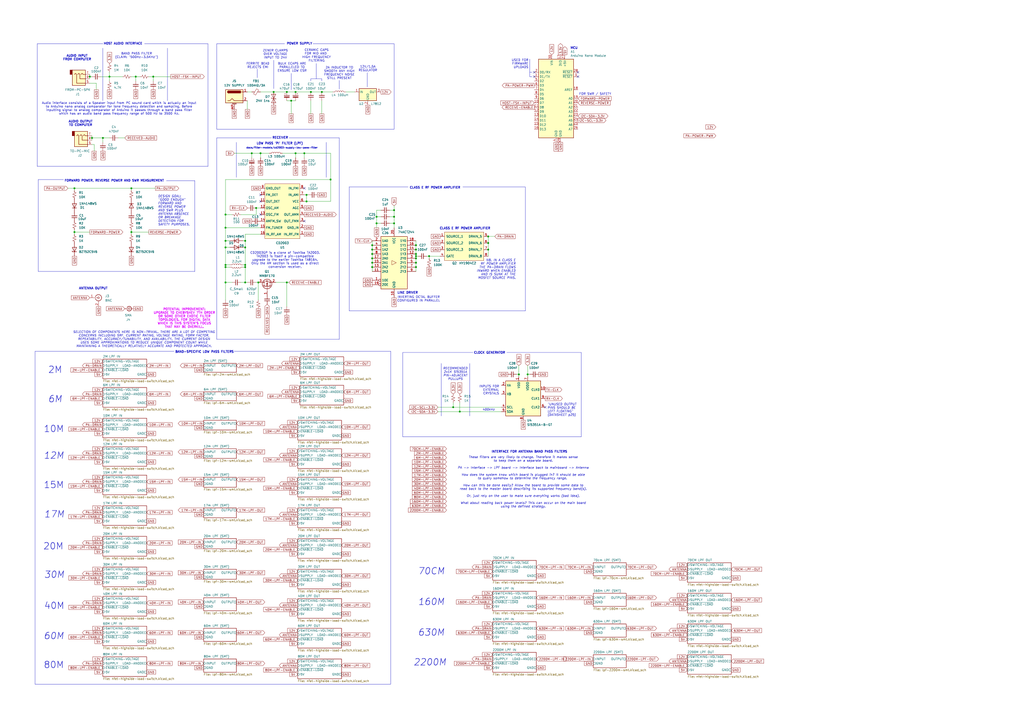
<source format=kicad_sch>
(kicad_sch (version 20231120) (generator "eeschema") (generator_version "8.0")
  (paper "A2")
  (junction (at 241.3 154.94))
  (junction (at 148.59 120.65))
  (junction (at 215.9 154.94))
  (junction (at 151.13 88.9))
  (junction (at 215.9 152.4))
  (junction (at 241.3 152.4))
  (junction (at 306.07 217.17))
  (junction (at 215.9 149.86))
  (junction (at 191.77 104.14))
  (junction (at 43.18 109.22))
  (junction (at 130.81 139.7))
  (junction (at 215.9 144.78))
  (junction (at 88.9 44.45))
  (junction (at 142.24 139.7))
  (junction (at 76.2 109.22))
  (junction (at 283.21 137.16))
  (junction (at 168.91 58.42))
  (junction (at 180.34 53.34))
  (junction (at 228.6 121.92))
  (junction (at 78.74 44.45))
  (junction (at 176.53 88.9))
  (junction (at 218.44 129.54))
  (junction (at 177.8 116.84))
  (junction (at 142.24 153.67))
  (junction (at 158.75 53.34))
  (junction (at 171.45 53.34))
  (junction (at 52.07 44.45))
  (junction (at 177.8 113.03))
  (junction (at 142.24 154.94))
  (junction (at 76.2 134.62))
  (junction (at 241.3 148.59))
  (junction (at 241.3 149.86))
  (junction (at 142.24 163.83))
  (junction (at 241.3 147.32))
  (junction (at 146.05 88.9))
  (junction (at 215.9 142.24))
  (junction (at 130.81 163.83))
  (junction (at 53.34 80.01))
  (junction (at 43.18 134.62))
  (junction (at 130.81 154.94))
  (junction (at 228.6 125.73))
  (junction (at 241.3 144.78))
  (junction (at 300.99 217.17))
  (junction (at 63.5 44.45))
  (junction (at 283.21 140.97))
  (junction (at 149.86 163.83))
  (junction (at 130.81 132.08))
  (junction (at 130.81 143.51))
  (junction (at 130.81 124.46))
  (junction (at 248.92 148.59))
  (junction (at 142.24 143.51))
  (junction (at 166.37 53.34))
  (junction (at 215.9 147.32))
  (junction (at 228.6 129.54))
  (junction (at 283.21 144.78))
  (junction (at 171.45 88.9))
  (junction (at 262.89 236.22))
  (junction (at 266.7 238.76))
  (junction (at 186.69 53.34))
  (junction (at 218.44 125.73))
  (junction (at 59.69 80.01))
  (junction (at 130.81 153.67))
  (junction (at 166.37 163.83))
  (junction (at 241.3 142.24))
  (no_connect (at 335.28 44.45))
  (no_connect (at 309.88 41.91))
  (no_connect (at 316.23 236.22))
  (no_connect (at 335.28 41.91))
  (no_connect (at 151.13 116.84))
  (no_connect (at 151.13 113.03))
  (no_connect (at 176.53 109.22))
  (no_connect (at 176.53 128.27))
  (no_connect (at 309.88 44.45))
  (no_connect (at 151.13 124.46))
  (wire (pts (xy 266.7 233.68) (xy 266.7 238.76)))
  (wire (pts (xy 140.97 139.7) (xy 142.24 139.7)))
  (wire (pts (xy 177.8 113.03) (xy 179.07 113.03)))
  (wire (pts (xy 130.81 154.94) (xy 130.81 163.83)))
  (wire (pts (xy 151.13 88.9) (xy 156.21 88.9)))
  (polyline (pts (xy 228.6 74.93) (xy 228.6 25.4)))
  (polyline (pts (xy 20.32 203.835) (xy 20.32 396.875)))
  (wire (pts (xy 191.77 116.84) (xy 191.77 104.14)))
  (polyline (pts (xy 125.73 25.4) (xy 125.73 74.93)))
  (polyline (pts (xy 213.106 42.164) (xy 213.106 50.419)))
  (polyline (pts (xy 255.905 215.265) (xy 255.905 241.3)))
  (wire (pts (xy 142.24 143.51) (xy 142.24 153.67)))
  (wire (pts (xy 140.97 153.67) (xy 142.24 153.67)))
  (wire (pts (xy 52.07 43.18) (xy 52.07 44.45)))
  (polyline (pts (xy 149.225 40.005) (xy 149.225 45.085)))
  (wire (pts (xy 186.69 66.04) (xy 186.69 58.42)))
  (wire (pts (xy 76.2 109.22) (xy 76.2 110.49)))
  (wire (pts (xy 148.59 163.83) (xy 149.86 163.83)))
  (wire (pts (xy 171.45 53.34) (xy 180.34 53.34)))
  (polyline (pts (xy 202.565 180.34) (xy 304.8 180.34)))
  (wire (pts (xy 39.37 109.22) (xy 43.18 109.22)))
  (wire (pts (xy 130.81 124.46) (xy 130.81 104.14)))
  (polyline (pts (xy 168.91 46.99) (xy 168.91 52.07)))
  (wire (pts (xy 53.34 78.74) (xy 53.34 80.01)))
  (polyline (pts (xy 135.89 203.835) (xy 226.695 203.835)))
  (wire (pts (xy 133.35 154.94) (xy 130.81 154.94)))
  (wire (pts (xy 143.51 58.42) (xy 143.51 63.5)))
  (wire (pts (xy 142.24 139.7) (xy 142.24 143.51)))
  (polyline (pts (xy 83.82 25.4) (xy 120.65 25.4)))
  (polyline (pts (xy 180.34 45.72) (xy 186.69 45.72)))
  (wire (pts (xy 299.72 217.17) (xy 300.99 217.17)))
  (wire (pts (xy 248.92 148.59) (xy 255.27 148.59)))
  (wire (pts (xy 241.3 142.24) (xy 241.3 144.78)))
  (wire (pts (xy 283.21 140.97) (xy 283.21 144.78)))
  (polyline (pts (xy 167.64 80.01) (xy 196.85 80.01)))
  (wire (pts (xy 149.86 163.83) (xy 149.86 173.99)))
  (wire (pts (xy 163.83 88.9) (xy 171.45 88.9)))
  (wire (pts (xy 146.05 88.9) (xy 146.05 91.44)))
  (wire (pts (xy 215.9 139.7) (xy 215.9 142.24)))
  (wire (pts (xy 186.69 53.34) (xy 193.04 53.34)))
  (wire (pts (xy 166.37 53.34) (xy 171.45 53.34)))
  (wire (pts (xy 140.97 154.94) (xy 142.24 154.94)))
  (wire (pts (xy 168.91 66.04) (xy 168.91 58.42)))
  (wire (pts (xy 220.98 121.92) (xy 218.44 121.92)))
  (wire (pts (xy 53.34 80.01) (xy 53.34 81.28)))
  (wire (pts (xy 53.34 83.82) (xy 54.61 83.82)))
  (wire (pts (xy 241.3 147.32) (xy 241.3 148.59)))
  (wire (pts (xy 43.18 109.22) (xy 43.18 110.49)))
  (wire (pts (xy 151.13 53.34) (xy 158.75 53.34)))
  (wire (pts (xy 130.81 143.51) (xy 133.35 143.51)))
  (wire (pts (xy 241.3 148.59) (xy 242.57 148.59)))
  (polyline (pts (xy 196.85 196.85) (xy 196.85 80.01)))
  (wire (pts (xy 248.92 148.59) (xy 248.92 149.86)))
  (wire (pts (xy 300.99 212.09) (xy 300.99 217.17)))
  (wire (pts (xy 52.07 44.45) (xy 53.34 44.45)))
  (polyline (pts (xy 36.83 104.14) (xy 22.225 104.14)))
  (polyline (pts (xy 21.59 25.4) (xy 21.59 96.52)))
  (wire (pts (xy 171.45 88.9) (xy 176.53 88.9)))
  (wire (pts (xy 215.9 149.86) (xy 215.9 152.4)))
  (polyline (pts (xy 255.905 210.82) (xy 255.905 215.265)))
  (wire (pts (xy 241.3 152.4) (xy 241.3 154.94)))
  (wire (pts (xy 54.61 83.82) (xy 54.61 87.63)))
  (wire (pts (xy 130.81 139.7) (xy 130.81 143.51)))
  (polyline (pts (xy 202.565 108.585) (xy 202.565 180.34)))
  (wire (pts (xy 166.37 58.42) (xy 168.91 58.42)))
  (wire (pts (xy 266.7 238.76) (xy 290.83 238.76)))
  (wire (pts (xy 68.58 80.01) (xy 72.39 80.01)))
  (wire (pts (xy 166.37 163.83) (xy 166.37 177.8)))
  (wire (pts (xy 218.44 129.54) (xy 218.44 132.08)))
  (wire (pts (xy 228.6 121.92) (xy 228.6 125.73)))
  (wire (pts (xy 134.62 124.46) (xy 130.81 124.46)))
  (polyline (pts (xy 337.185 253.365) (xy 337.185 204.47)))
  (wire (pts (xy 53.34 80.01) (xy 59.69 80.01)))
  (wire (pts (xy 88.9 44.45) (xy 99.06 44.45)))
  (wire (pts (xy 200.66 53.34) (xy 205.74 53.34)))
  (wire (pts (xy 226.06 129.54) (xy 228.6 129.54)))
  (wire (pts (xy 78.74 44.45) (xy 78.74 46.99)))
  (wire (pts (xy 241.3 149.86) (xy 241.3 152.4)))
  (polyline (pts (xy 125.73 80.01) (xy 125.73 196.85)))
  (wire (pts (xy 130.81 124.46) (xy 130.81 132.08)))
  (polyline (pts (xy 120.65 96.52) (xy 120.65 25.4)))
  (polyline (pts (xy 233.68 204.47) (xy 233.68 253.365)))
  (wire (pts (xy 300.99 217.17) (xy 300.99 218.44)))
  (wire (pts (xy 143.51 163.83) (xy 142.24 163.83)))
  (wire (pts (xy 218.44 121.92) (xy 218.44 125.73)))
  (polyline (pts (xy 186.69 45.72) (xy 186.69 46.99)))
  (wire (pts (xy 247.65 148.59) (xy 248.92 148.59)))
  (polyline (pts (xy 158.75 34.925) (xy 158.75 51.435)))
  (wire (pts (xy 176.53 91.44) (xy 176.53 88.9)))
  (wire (pts (xy 241.3 144.78) (xy 241.3 147.32)))
  (wire (pts (xy 143.51 53.34) (xy 146.05 53.34)))
  (wire (pts (xy 283.21 137.16) (xy 283.21 140.97)))
  (wire (pts (xy 215.9 152.4) (xy 215.9 154.94)))
  (wire (pts (xy 63.5 44.45) (xy 71.12 44.45)))
  (polyline (pts (xy 168.91 42.545) (xy 168.91 46.99)))
  (wire (pts (xy 254 236.22) (xy 262.89 236.22)))
  (wire (pts (xy 133.35 153.67) (xy 130.81 153.67)))
  (polyline (pts (xy 137.16 102.87) (xy 137.16 82.55)))
  (wire (pts (xy 180.34 53.34) (xy 186.69 53.34)))
  (wire (pts (xy 139.7 163.83) (xy 142.24 163.83)))
  (polyline (pts (xy 100.965 203.835) (xy 20.32 203.835)))
  (wire (pts (xy 215.9 147.32) (xy 215.9 149.86)))
  (polyline (pts (xy 307.34 41.91) (xy 308.61 41.91)))
  (wire (pts (xy 166.37 163.83) (xy 167.64 163.83)))
  (wire (pts (xy 43.18 133.35) (xy 43.18 134.62)))
  (polyline (pts (xy 308.61 44.45) (xy 307.34 44.45)))
  (wire (pts (xy 63.5 44.45) (xy 63.5 46.99)))
  (wire (pts (xy 142.24 153.67) (xy 142.24 154.94)))
  (wire (pts (xy 215.9 144.78) (xy 215.9 147.32)))
  (polyline (pts (xy 22.225 157.48) (xy 113.03 157.48)))
  (wire (pts (xy 215.9 154.94) (xy 215.9 157.48)))
  (polyline (pts (xy 181.61 25.4) (xy 228.6 25.4)))
  (polyline (pts (xy 59.69 25.4) (xy 21.59 25.4)))
  (wire (pts (xy 176.53 113.03) (xy 177.8 113.03)))
  (polyline (pts (xy 307.34 34.29) (xy 307.34 44.45)))
  (wire (pts (xy 177.8 113.03) (xy 177.8 116.84)))
  (wire (pts (xy 228.6 129.54) (xy 228.6 132.08)))
  (wire (pts (xy 191.77 88.9) (xy 191.77 104.14)))
  (wire (pts (xy 176.53 88.9) (xy 191.77 88.9)))
  (wire (pts (xy 262.89 236.22) (xy 290.83 236.22)))
  (polyline (pts (xy 180.34 46.99) (xy 180.34 45.72)))
  (wire (pts (xy 168.91 58.42) (xy 171.45 58.42)))
  (polyline (pts (xy 96.52 104.775) (xy 113.03 104.775)))
  (wire (pts (xy 78.74 44.45) (xy 81.28 44.45)))
  (polyline (pts (xy 125.73 196.85) (xy 196.85 196.85)))
  (wire (pts (xy 58.42 44.45) (xy 63.5 44.45)))
  (polyline (pts (xy 20.32 396.875) (xy 226.568 396.875)))
  (wire (pts (xy 142.24 135.89) (xy 142.24 139.7)))
  (wire (pts (xy 139.7 124.46) (xy 148.59 124.46)))
  (polyline (pts (xy 304.8 180.34) (xy 304.8 108.458)))
  (wire (pts (xy 130.81 132.08) (xy 130.81 139.7)))
  (wire (pts (xy 130.81 104.14) (xy 191.77 104.14)))
  (wire (pts (xy 76.2 135.89) (xy 76.2 134.62)))
  (wire (pts (xy 43.18 109.22) (xy 76.2 109.22)))
  (wire (pts (xy 43.18 134.62) (xy 52.07 134.62)))
  (polyline (pts (xy 113.03 157.48) (xy 113.03 104.775)))
  (polyline (pts (xy 157.48 80.01) (xy 125.73 80.01)))
  (wire (pts (xy 148.59 120.65) (xy 151.13 120.65)))
  (wire (pts (xy 43.18 135.89) (xy 43.18 134.62)))
  (wire (pts (xy 177.8 116.84) (xy 176.53 116.84)))
  (polyline (pts (xy 59.69 27.94) (xy 59.69 58.42)))
  (wire (pts (xy 86.36 44.45) (xy 88.9 44.45)))
  (wire (pts (xy 76.2 133.35) (xy 76.2 134.62)))
  (wire (pts (xy 151.13 135.89) (xy 142.24 135.89)))
  (polyline (pts (xy 183.515 36.83) (xy 183.515 45.72)))
  (wire (pts (xy 52.07 45.72) (xy 52.07 44.45)))
  (wire (pts (xy 130.81 163.83) (xy 130.81 173.99)))
  (wire (pts (xy 241.3 139.7) (xy 241.3 142.24)))
  (wire (pts (xy 55.88 48.26) (xy 55.88 52.07)))
  (wire (pts (xy 283.21 137.16) (xy 287.02 137.16)))
  (wire (pts (xy 228.6 119.38) (xy 228.6 121.92)))
  (wire (pts (xy 146.05 88.9) (xy 151.13 88.9)))
  (wire (pts (xy 135.89 88.9) (xy 146.05 88.9)))
  (wire (pts (xy 254 238.76) (xy 266.7 238.76)))
  (polyline (pts (xy 268.478 108.458) (xy 304.673 108.458)))
  (wire (pts (xy 76.2 109.22) (xy 90.17 109.22)))
  (wire (pts (xy 130.81 132.08) (xy 151.13 132.08)))
  (wire (pts (xy 130.81 139.7) (xy 133.35 139.7)))
  (polyline (pts (xy 294.005 204.47) (xy 337.185 204.47)))
  (wire (pts (xy 140.97 143.51) (xy 142.24 143.51)))
  (wire (pts (xy 76.2 44.45) (xy 78.74 44.45)))
  (wire (pts (xy 151.13 88.9) (xy 151.13 91.44)))
  (wire (pts (xy 130.81 163.83) (xy 134.62 163.83)))
  (wire (pts (xy 306.07 212.09) (xy 306.07 217.17)))
  (wire (pts (xy 171.45 88.9) (xy 171.45 91.44)))
  (polyline (pts (xy 125.73 74.93) (xy 228.6 74.93)))
  (wire (pts (xy 59.69 80.01) (xy 63.5 80.01)))
  (wire (pts (xy 218.44 129.54) (xy 220.98 129.54)))
  (polyline (pts (xy 226.695 396.875) (xy 226.695 203.835)))
  (polyline (pts (xy 236.728 108.458) (xy 202.438 108.458)))
  (wire (pts (xy 218.44 125.73) (xy 218.44 129.54)))
  (wire (pts (xy 63.5 41.91) (xy 63.5 44.45)))
  (wire (pts (xy 130.81 153.67) (xy 130.81 154.94)))
  (wire (pts (xy 283.21 144.78) (xy 283.21 148.59)))
  (wire (pts (xy 226.06 125.73) (xy 228.6 125.73)))
  (wire (pts (xy 226.06 121.92) (xy 228.6 121.92)))
  (polyline (pts (xy 272.415 210.82) (xy 272.415 241.3)))
  (polyline (pts (xy 189.23 102.87) (xy 189.23 82.55)))
  (wire (pts (xy 241.3 148.59) (xy 241.3 149.86)))
  (polyline (pts (xy 165.1 25.4) (xy 125.73 25.4)))
  (wire (pts (xy 228.6 125.73) (xy 228.6 129.54)))
  (wire (pts (xy 177.8 116.84) (xy 191.77 116.84)))
  (wire (pts (xy 306.07 217.17) (xy 306.07 218.44)))
  (wire (pts (xy 262.89 233.68) (xy 262.89 236.22)))
  (wire (pts (xy 130.81 143.51) (xy 130.81 153.67)))
  (wire (pts (xy 180.34 66.04) (xy 180.34 58.42)))
  (wire (pts (xy 52.07 48.26) (xy 55.88 48.26)))
  (polyline (pts (xy 196.85 46.609) (xy 196.85 51.689)))
  (wire (pts (xy 76.2 134.62) (xy 86.36 134.62)))
  (wire (pts (xy 218.44 125.73) (xy 220.98 125.73)))
  (polyline (pts (xy 22.225 104.14) (xy 22.225 157.48)))
  (wire (pts (xy 241.3 154.94) (xy 241.3 157.48)))
  (wire (pts (xy 88.9 44.45) (xy 88.9 46.99)))
  (wire (pts (xy 148.59 120.65) (xy 148.59 124.46)))
  (wire (pts (xy 142.24 154.94) (xy 142.24 163.83)))
  (wire (pts (xy 160.02 163.83) (xy 166.37 163.83)))
  (polyline (pts (xy 97.155 27.94) (xy 97.155 58.42)))
  (wire (pts (xy 215.9 142.24) (xy 215.9 144.78)))
  (polyline (pts (xy 274.32 204.47) (xy 233.68 204.47)))
  (wire (pts (xy 59.69 80.01) (xy 59.69 82.55)))
  (wire (pts (xy 158.75 53.34) (xy 166.37 53.34)))
  (polyline (pts (xy 233.68 253.365) (xy 337.185 253.365)))
  (wire (pts (xy 306.07 217.17) (xy 307.34 217.17)))
  (polyline (pts (xy 21.59 96.52) (xy 120.65 96.52)))
  (text "12M" (at 31.242 264.414 0) (effects (font (size 3.81 3.81) (thickness 0.254) (bold yes) (italic yes))))
  (text "LINE DRIVER" (at 236.474 169.926 0) (effects (font (size 1.27 1.27) (thickness 0.254) (bold yes))))
  (text "BAND PASS FILTER\n(CLAIM: \"500Hz-3.5KHz\")" (at 79.248 32.258 0) (effects (font (size 1.27 1.27))))
  (text "6M" (at 32.004 231.648 0) (effects (font (size 3.81 3.81) (thickness 0.254) (bold yes) (italic yes))))
  (text "20M" (at 30.988 316.992 0) (effects (font (size 3.81 3.81) (thickness 0.254) (bold yes))))
  (text "NB. IN A CLASS E\nRF POWER AMPLIFIER\nTHE PA-DRAIN FLOWS\nINWARD WHEN ENABLED\nAND IS SUNK AT THE\nMOSFET SOURCE PINS." (at 299.212 156.21 0) (effects (font (size 1.27 1.27) (italic yes)) (justify right)))
  (text "ZENER CLAMPS\nOVER VOLTAGE\nINPUT TO 24V" (at 159.766 31.496 0) (effects (font (size 1.27 1.27))))
  (text "2A INDUCTOR TO\nSMOOTH ANY HIGH\nFREQUENCY NOISE\nSTILL PRESENT" (at 196.85 42.418 0) (effects (font (size 1.27 1.27))))
  (text "12V/1.5A\nREGULATOR" (at 213.36 39.878 0) (effects (font (size 1.27 1.27))))
  (text "60M" (at 31.242 369.062 0) (effects (font (size 3.81 3.81) (thickness 0.254) (bold yes) (italic yes))))
  (text "AUDIO OUTPUT\nTO COMPUTER" (at 46.736 71.628 0) (effects (font (size 1.27 1.27) (thickness 0.254) (bold yes))))
  (text "2M" (at 32.004 214.63 0) (effects (font (size 3.81 3.81) (thickness 0.254) (bold yes))))
  (text "CERAMIC CAPS\nFOR MID AND \nHIGH FREQUENCY\nFILTERING" (at 183.642 32.258 0) (effects (font (size 1.27 1.27))))
  (text "These filters are very likely to change. Therefore it makes sense\nto keep them on a separate board.\n\nPA -> Interface -> LPF board -> Interface back to mainboard -> Antenna\n\nHow does the system know which board is plugged in? It should be able\nto query somehow to determine the frequency range. \n\nHow can this be done easily? Allow the board to provide some data to\nread back to the master board describing its supported frequency band(s).\n\nOr, just rely on the user to make sure everyhing works (bad idea).\n\nWhat about reading back power levels? This can occur on the main board\nusing the defined strategy." (at 303.53 279.654 0) (effects (font (size 1.27 1.27) (italic yes))))
  (text "MCU" (at 332.994 27.94 0) (effects (font (size 1.27 1.27) (thickness 0.254) (bold yes))))
  (text "FOR SWR / SAFETY" (at 354.584 54.61 0) (effects (font (size 1.27 1.27)) (justify right)))
  (text "80M" (at 31.242 385.826 0) (effects (font (size 3.81 3.81) (thickness 0.254) (bold yes))))
  (text "SELECTION OF COMPONENTS HERE IS NON-TRIVIAL. THERE ARE A LOT OF COMPETING\nCONCERNS INCLUDING SRF, CURRENT RATING, VOLTAGE RATING, FORM FACTOR,\nREPEATABILITY, ACCURACY/TUNABILITY, AND AVAILABILITY. THE CURRENT DESIGN\nUSES SOME APPROXIMATIONS TO REDUCE UNIQUE COMPONENT COUNT WHILE\nMAINTAINING A THEORETICALLY RELATIVELY ACCURATE AND PROTECTED APPROACH." (at 83.566 196.85 0) (effects (font (size 1.27 1.27) (italic yes))))
  (text "CD2003GP is a clone of Toshiba TA2003.\nTA2003 is itself a pin-compatible\nupgrade to the earlier Toshiba TA8164.\nOnly the AM section is used as a direct\nconversion receiver." (at 165.354 150.876 0) (effects (font (size 1.27 1.27))))
  (text "CLASS E RF POWER AMPLIFIER" (at 269.748 132.588 0) (effects (font (size 1.27 1.27) (thickness 0.254) (bold yes))))
  (text "CLASS E RF POWER AMPLIFIER" (at 252.349 108.966 0) (effects (font (size 1.27 1.27) (thickness 0.254) (bold yes))))
  (text "USED FOR\nFIRMWARE\nUPLOADS" (at 306.578 37.084 0) (effects (font (size 1.27 1.27)) (justify right)))
  (text "LOW PASS 'PI' FILTER (LPF)" (at 162.306 83.312 0) (effects (font (size 1.27 1.27) (thickness 0.254) (bold yes))))
  (text "ADD PULLUPS/PULLDOWNS FOR ALL IMPORTANT PINS\nCLASS E INDUCTOR FOR PA / ATS\nANTENNA MATCHING NETWORK OR ATU\nADD/TEST AUDIO+ANTENNA CABLE DETECTION\nADD MORE MOSFET SWITCHES\nADD SOME KIND OF MULTIPLEXING?\nADD OPTIONAL INTERFACE PCB - EASY MOUNTING AT RIGHT ANGLES\nADD TEST POINTS\nEITHER PREVENT RADIO POWERUP USING USB-SUPPLIED POWER (EG. 12V SUPPLY PRESENCE ENABLES 5V LINE) OR CONSIDER POWER LIMITS OF USB2 SUPPLIES" (at 269.748 -30.48 0) (effects (font (size 3.81 3.81) (italic yes))))
  (text "15M" (at 31.242 281.432 0) (effects (font (size 3.81 3.81) (thickness 0.254) (bold yes))))
  (text "INPUTS FOR\nEXTERNAL\nCRYSTALS" (at 289.56 226.314 0) (effects (font (size 1.27 1.27)) (justify right)))
  (text "POTENTIAL IMPROVEMENT:\nUPGRADE TO CHEBYSHEV 7TH ORDER\nOR SOME OTHER EXOTIC FILTER\nTOPOLOGIES. FOR DIGITAL DATA\nWHICH IS THIS SYSTEM'S FOCUS\nTHAT MAY BE OVERKILL." (at 106.934 184.658 0) (effects (font (size 1.27 1.27) (thickness 0.254) (bold yes))))
  (text "INVERTING OCTAL BUFFER\nCONFIGURED IN PARALLEL\n" (at 242.824 173.482 0) (effects (font (size 1.27 1.27))))
  (text "docs/filter-models/cd2003-supply-low-pass-filter" (at 163.576 85.852 0) (effects (font (size 1.016 1.016) (thickness 0.2032) (bold yes))))
  (text "\"UNUSED OUTPUT\nPINS SHOULD BE\nLEFT FLOATING\"\n(DATASHEET p25)" (at 317.5 237.744 0) (effects (font (size 1.27 1.27) (italic yes)) (justify left)))
  (text "RECOMMENDED\n2x1K Si5351A\nPIN-ADJACENT\nPULLUPS" (at 264.16 216.916 0) (effects (font (size 1.27 1.27) (italic yes))))
  (text "HOST AUDIO INTERFACE" (at 71.374 25.4 0) (effects (font (size 1.27 1.27) (thickness 0.254) (bold yes))))
  (text "Audio interface consists of a Speaker input from PC sound card which is actually an input\nto Arduino nano analog comparator for tone frequency detection and sampling. Before\ninputting signal to analog comparator of Arduino it passes through a band pass filter\nwhich has an audio band pass frequency range of 500 Hz to 3500 Hz." (at 69.088 62.992 0) (effects (font (size 1.27 1.27))))
  (text "2200M" (at 249.428 384.302 0) (effects (font (size 3.81 3.81) (thickness 0.254) (bold yes) (italic yes))))
  (text "40M" (at 31.496 351.536 0) (effects (font (size 3.81 3.81) (thickness 0.254) (bold yes))))
  (text "ANTENNA OUTPUT" (at 54.102 167.386 0) (effects (font (size 1.27 1.27) (thickness 0.254) (bold yes))))
  (text "10M" (at 31.242 248.92 0) (effects (font (size 3.81 3.81) (thickness 0.254) (bold yes))))
  (text "630M" (at 250.19 367.03 0) (effects (font (size 3.81 3.81) (thickness 0.254) (bold yes) (italic yes))))
  (text "70CM" (at 250.19 331.47 0) (effects (font (size 3.81 3.81) (thickness 0.254) (bold yes) (italic yes))))
  (text "DESIGN GOAL:\n\"GOOD ENOUGH\"\nFORWARD AND\nREVERSE POWER\nAND SWR PLUS\nANTENNA ABSENCE\nOR BREAKAGE\nDETECTION FOR\nSAFETY PURPOSES." (at 91.694 122.174 0) (effects (font (size 1.27 1.27) (italic yes)) (justify left)))
  (text "POWER SUPPLY" (at 173.736 25.4 0) (effects (font (size 1.27 1.27) (thickness 0.254) (bold yes))))
  (text "30M" (at 31.496 333.502 0) (effects (font (size 3.81 3.81) (thickness 0.254) (bold yes) (italic yes))))
  (text "FERRITE BEAD\nREJECTS EMI" (at 149.606 38.1 0) (effects (font (size 1.27 1.27))))
  (text "RECEIVER" (at 162.56 80.01 0) (effects (font (size 1.27 1.27) (thickness 0.254) (bold yes))))
  (text "400kHz" (at 283.464 237.744 0) (effects (font (size 1.27 1.27) (italic yes))))
  (text "160M" (at 250.19 349.25 0) (effects (font (size 3.81 3.81) (thickness 0.254) (bold yes) (italic yes))))
  (text "FORWARD POWER, REVERSE POWER AND SWR MEASUREMENT" (at 66.294 104.902 0) (effects (font (size 1.27 1.27) (thickness 0.254) (bold yes))))
  (text "INTERFACE FOR ANTENNA BAND PASS FILTERS" (at 307.086 262.128 0) (effects (font (size 1.27 1.27) (thickness 0.254) (bold yes))))
  (text "AUDIO INPUT\nFROM COMPUTER" (at 44.704 33.528 0) (effects (font (size 1.27 1.27) (thickness 0.254) (bold yes))))
  (text "BULK ECAPS ARE\nPARALLELED TO\nENSURE LOW ESR" (at 169.418 39.116 0) (effects (font (size 1.27 1.27))))
  (text "17M" (at 31.496 298.45 0) (effects (font (size 3.81 3.81) (thickness 0.254) (bold yes) (italic yes))))
  (text "BAND-SPECIFIC LOW PASS FILTERS" (at 118.618 204.216 0) (effects (font (size 1.27 1.27) (thickness 0.254) (bold yes))))
  (text "CLOCK GENERATOR" (at 283.972 204.724 0) (effects (font (size 1.27 1.27) (thickness 0.254) (bold yes))))
  (global_label "ANTENNA" (shape output) (at 398.78 383.54 180) (property "Intersheetrefs" "${INTERSHEET_REFS}" (effects (hide yes))))
  (global_label "5V" (shape input) (at 59.69 337.82 180) (property "Intersheetrefs" "${INTERSHEET_REFS}" (effects (hide yes))))
  (global_label "GND" (shape passive) (at 43.18 148.59 270) (property "Intersheetrefs" "${INTERSHEET_REFS}" (effects (hide yes))))
  (global_label "160M-LPF-ENABLE" (shape input) (at 285.75 349.25 180) (property "Intersheetrefs" "${INTERSHEET_REFS}" (effects (hide yes))))
  (global_label "2200M-LPF-OUT" (shape input) (at 424.18 383.54 0) (property "Intersheetrefs" "${INTERSHEET_REFS}" (effects (hide yes))))
  (global_label "12V" (shape input) (at 172.72 245.11 180) (property "Intersheetrefs" "${INTERSHEET_REFS}" (effects (hide yes))))
  (global_label "160M-LPF-ENABLE" (shape input) (at 259.08 290.83 180) (property "Intersheetrefs" "${INTERSHEET_REFS}" (effects (hide yes))))
  (global_label "GND" (shape passive) (at 118.11 280.67 180) (property "Intersheetrefs" "${INTERSHEET_REFS}" (effects (hide yes))))
  (global_label "GND" (shape passive) (at 78.74 52.07 270) (property "Intersheetrefs" "${INTERSHEET_REFS}" (effects (hide yes))))
  (global_label "70CM-LPF-ENABLE" (shape input) (at 259.08 260.35 180) (property "Intersheetrefs" "${INTERSHEET_REFS}" (effects (hide yes))))
  (global_label "5V" (shape input) (at 59.69 267.97 180) (property "Intersheetrefs" "${INTERSHEET_REFS}" (effects (hide yes))))
  (global_label "GND" (shape passive) (at 118.11 387.35 180) (property "Intersheetrefs" "${INTERSHEET_REFS}" (effects (hide yes))))
  (global_label "GND" (shape passive) (at 344.17 349.25 180) (property "Intersheetrefs" "${INTERSHEET_REFS}" (effects (hide yes))))
  (global_label "30M-LPF-ENABLE" (shape input) (at 172.72 336.55 180) (property "Intersheetrefs" "${INTERSHEET_REFS}" (effects (hide yes))))
  (global_label "GND" (shape passive) (at 255.27 144.78 180) (property "Intersheetrefs" "${INTERSHEET_REFS}" (effects (hide yes))))
  (global_label "GND" (shape passive) (at 198.12 303.53 0) (property "Intersheetrefs" "${INTERSHEET_REFS}" (effects (hide yes))))
  (global_label "GND" (shape passive) (at 143.51 63.5 270) (property "Intersheetrefs" "${INTERSHEET_REFS}" (effects (hide yes))))
  (global_label "2M-LPF-IN" (shape input) (at 85.09 212.09 0) (property "Intersheetrefs" "${INTERSHEET_REFS}" (effects (hide yes))))
  (global_label "GND" (shape passive) (at 85.09 389.89 0) (property "Intersheetrefs" "${INTERSHEET_REFS}" (effects (hide yes))))
  (global_label "12V" (shape input) (at 398.78 381 180) (property "Intersheetrefs" "${INTERSHEET_REFS}" (effects (hide yes))))
  (global_label "GND" (shape passive) (at 176.53 132.08 0) (property "Intersheetrefs" "${INTERSHEET_REFS}" (effects (hide yes))))
  (global_label "40M-LPF-ENABLE" (shape input) (at 172.72 353.568 180) (property "Intersheetrefs" "${INTERSHEET_REFS}" (effects (hide yes))))
  (global_label "12V" (shape output) (at 220.98 53.34 0) (property "Intersheetrefs" "${INTERSHEET_REFS}" (effects (hide yes))))
  (global_label "80M-LPF-ENABLE" (shape input) (at 259.08 288.29 180) (property "Intersheetrefs" "${INTERSHEET_REFS}" (effects (hide yes))))
  (global_label "15M-LPF-ENABLE" (shape input) (at 172.72 283.21 180) (property "Intersheetrefs" "${INTERSHEET_REFS}" (effects (hide yes))))
  (global_label "30M-LPF-OUT" (shape input) (at 198.12 334.01 0) (property "Intersheetrefs" "${INTERSHEET_REFS}" (effects (hide yes))))
  (global_label "GND" (shape passive) (at 118.11 248.158 180) (property "Intersheetrefs" "${INTERSHEET_REFS}" (effects (hide yes))))
  (global_label "GND" (shape passive) (at 184.15 113.03 0) (property "Intersheetrefs" "${INTERSHEET_REFS}" (effects (hide yes))))
  (global_label "12M-LPF-IN" (shape input) (at 85.09 262.89 0) (property "Intersheetrefs" "${INTERSHEET_REFS}" (effects (hide yes))))
  (global_label "ANTENNA" (shape output) (at 172.72 264.16 180) (property "Intersheetrefs" "${INTERSHEET_REFS}" (effects (hide yes))))
  (global_label "GND" (shape passive) (at 344.17 367.03 180) (property "Intersheetrefs" "${INTERSHEET_REFS}" (effects (hide yes))))
  (global_label "12M-LPF-OUT" (shape input) (at 137.16 262.128 0) (property "Intersheetrefs" "${INTERSHEET_REFS}" (effects (hide yes))))
  (global_label "GND" (shape passive) (at 424.18 353.06 0) (property "Intersheetrefs" "${INTERSHEET_REFS}" (effects (hide yes))))
  (global_label "2M-LPF-ENABLE" (shape input) (at 259.08 262.89 180) (property "Intersheetrefs" "${INTERSHEET_REFS}" (effects (hide yes))))
  (global_label "5V" (shape input) (at 59.69 284.48 180) (property "Intersheetrefs" "${INTERSHEET_REFS}" (effects (hide yes))))
  (global_label "12V" (shape input) (at 59.69 382.27 180) (property "Intersheetrefs" "${INTERSHEET_REFS}" (effects (hide yes))))
  (global_label "5V" (shape input) (at 172.72 391.16 180) (property "Intersheetrefs" "${INTERSHEET_REFS}" (effects (hide yes))))
  (global_label "630M-LPF-OUT" (shape output) (at 363.22 364.49 0) (property "Intersheetrefs" "${INTERSHEET_REFS}" (effects (hide yes))))
  (global_label "GND" (shape passive) (at 325.12 82.55 270) (property "Intersheetrefs" "${INTERSHEET_REFS}" (effects (hide yes))))
  (global_label "160M-LPF-ENABLE" (shape input) (at 398.78 350.52 180) (property "Intersheetrefs" "${INTERSHEET_REFS}" (effects (hide yes))))
  (global_label "70CM-LPF-IN" (shape input) (at 311.15 328.93 0) (property "Intersheetrefs" "${INTERSHEET_REFS}" (effects (hide yes))))
  (global_label "5V" (shape input) (at 172.72 269.24 180) (property "Intersheetrefs" "${INTERSHEET_REFS}" (effects (hide yes))))
  (global_label "I2C-SDA-3.3V" (shape bidirectional) (at 254 238.76 180) (property "Intersheetrefs" "${INTERSHEET_REFS}" (effects (hide yes))))
  (global_label "PA-DRAIN" (shape output) (at 59.69 384.81 180) (property "Intersheetrefs" "${INTERSHEET_REFS}" (effects (hide yes))))
  (global_label "5V" (shape input) (at 172.72 373.38 180) (property "Intersheetrefs" "${INTERSHEET_REFS}" (effects (hide yes))))
  (global_label "GND" (shape passive) (at 118.11 334.772 180) (property "Intersheetrefs" "${INTERSHEET_REFS}" (effects (hide yes))))
  (global_label "PA-POWER-PWM" (shape input) (at 415.29 78.74 180) (property "Intersheetrefs" "${INTERSHEET_REFS}" (effects (hide yes))))
  (global_label "30M-LPF-IN" (shape input) (at 118.11 332.232 180) (property "Intersheetrefs" "${INTERSHEET_REFS}" (effects (hide yes))))
  (global_label "20M-LPF-IN" (shape input) (at 118.11 314.452 180) (property "Intersheetrefs" "${INTERSHEET_REFS}" (effects (hide yes))))
  (global_label "2200M-LPF-ENABLE" (shape input) (at 259.08 295.91 180) (property "Intersheetrefs" "${INTERSHEET_REFS}" (effects (hide yes))))
  (global_label "GND" (shape passive) (at 198.12 269.24 0) (property "Intersheetrefs" "${INTERSHEET_REFS}" (effects (hide yes))))
  (global_label "GND" (shape passive) (at 166.37 182.88 270) (property "Intersheetrefs" "${INTERSHEET_REFS}" (effects (hide yes))))
  (global_label "GND" (shape passive) (at 85.09 284.48 0) (property "Intersheetrefs" "${INTERSHEET_REFS}" (effects (hide yes))))
  (global_label "3.3V" (shape input) (at 266.7 228.6 90) (property "Intersheetrefs" "${INTERSHEET_REFS}" (effects (hide yes))))
  (global_label "GND" (shape passive) (at 312.42 217.17 0) (property "Intersheetrefs" "${INTERSHEET_REFS}" (effects (hide yes))))
  (global_label "GND" (shape passive) (at 54.61 87.63 270) (property "Intersheetrefs" "${INTERSHEET_REFS}" (effects (hide yes))))
  (global_label "GND" (shape passive) (at 85.09 372.11 0) (property "Intersheetrefs" "${INTERSHEET_REFS}" (effects (hide yes))))
  (global_label "5V" (shape input) (at 398.78 370.84 180) (property "Intersheetrefs" "${INTERSHEET_REFS}" (effects (hide yes))))
  (global_label "GND" (shape passive) (at 158.75 60.96 270) (property "Intersheetrefs" "${INTERSHEET_REFS}" (effects (hide yes))))
  (global_label "3.3V" (shape input) (at 300.99 212.09 90) (property "Intersheetrefs" "${INTERSHEET_REFS}" (effects (hide yes))))
  (global_label "60M-LPF-ENABLE" (shape input) (at 172.72 370.84 180) (property "Intersheetrefs" "${INTERSHEET_REFS}" (effects (hide yes))))
  (global_label "630M-LPF-OUT" (shape input) (at 424.18 365.76 0) (property "Intersheetrefs" "${INTERSHEET_REFS}" (effects (hide yes))))
  (global_label "ANTENNA" (shape output) (at 172.72 351.028 180) (property "Intersheetrefs" "${INTERSHEET_REFS}" (effects (hide yes))))
  (global_label "15M-LPF-OUT" (shape input) (at 198.12 280.67 0) (property "Intersheetrefs" "${INTERSHEET_REFS}" (effects (hide yes))))
  (global_label "30M-LPF-ENABLE" (shape input) (at 259.08 280.67 180) (property "Intersheetrefs" "${INTERSHEET_REFS}" (effects (hide yes))))
  (global_label "2200M-LPF-OUT" (shape output) (at 363.22 382.27 0) (property "Intersheetrefs" "${INTERSHEET_REFS}" (effects (hide yes))))
  (global_label "2200M-LPF-IN" (shape input) (at 311.15 382.27 0) (property "Intersheetrefs" "${INTERSHEET_REFS}" (effects (hide yes))))
  (global_label "PA-DRAIN" (shape output) (at 59.69 246.38 180) (property "Intersheetrefs" "${INTERSHEET_REFS}" (effects (hide yes))))
  (global_label "GND" (shape passive) (at 146.05 96.52 270) (property "Intersheetrefs" "${INTERSHEET_REFS}" (effects (hide yes))))
  (global_label "15M-LPF-ENABLE" (shape input) (at 59.69 281.94 180) (property "Intersheetrefs" "${INTERSHEET_REFS}" (effects (hide yes))))
  (global_label "GND" (shape passive) (at 151.13 109.22 180) (property "Intersheetrefs" "${INTERSHEET_REFS}" (effects (hide yes))))
  (global_label "60M-LPF-ENABLE" (shape input) (at 259.08 285.75 180) (property "Intersheetrefs" "${INTERSHEET_REFS}" (effects (hide yes))))
  (global_label "5V" (shape input) (at 172.72 356.108 180) (property "Intersheetrefs" "${INTERSHEET_REFS}" (effects (hide yes))))
  (global_label "GND" (shape passive) (at 311.15 334.01 0) (property "Intersheetrefs" "${INTERSHEET_REFS}" (effects (hide yes))))
  (global_label "GND" (shape passive) (at 85.09 302.26 0) (property "Intersheetrefs" "${INTERSHEET_REFS}" (effects (hide yes))))
  (global_label "TX-CLK" (shape output) (at 316.23 226.06 0) (property "Intersheetrefs" "${INTERSHEET_REFS}" (effects (hide yes))))
  (global_label "70CM-LPF-OUT" (shape input) (at 424.18 330.2 0) (property "Intersheetrefs" "${INTERSHEET_REFS}" (effects (hide yes))))
  (global_label "20M-LPF-ENABLE" (shape input) (at 59.69 317.5 180) (property "Intersheetrefs" "${INTERSHEET_REFS}" (effects (hide yes))))
  (global_label "6M-LPF-ENABLE" (shape input) (at 59.69 231.14 180) (property "Intersheetrefs" "${INTERSHEET_REFS}" (effects (hide yes))))
  (global_label "5V" (shape input) (at 173.99 232.41 180) (property "Intersheetrefs" "${INTERSHEET_REFS}" (effects (hide yes))))
  (global_label "FORWARD-POWER" (shape output) (at 52.07 134.62 0) (property "Intersheetrefs" "${INTERSHEET_REFS}" (effects (hide yes))))
  (global_label "GND" (shape passive) (at 198.12 321.31 0) (property "Intersheetrefs" "${INTERSHEET_REFS}" (effects (hide yes))))
  (global_label "40M-LPF-ENABLE" (shape input) (at 59.69 352.298 180) (property "Intersheetrefs" "${INTERSHEET_REFS}" (effects (hide yes))))
  (global_label "12V" (shape input) (at 173.99 224.79 180) (property "Intersheetrefs" "${INTERSHEET_REFS}" (effects (hide yes))))
  (global_label "10M-LPF-ENABLE" (shape input) (at 172.72 250.19 180) (property "Intersheetrefs" "${INTERSHEET_REFS}" (effects (hide yes))))
  (global_label "GND" (shape passive) (at 199.39 215.9 0) (property "Intersheetrefs" "${INTERSHEET_REFS}" (effects (hide yes))))
  (global_label "GND" (shape passive) (at 218.44 132.08 270) (property "Intersheetrefs" "${INTERSHEET_REFS}" (effects (hide yes))))
  (global_label "12V" (shape input) (at 59.69 243.84 180) (property "Intersheetrefs" "${INTERSHEET_REFS}" (effects (hide yes))))
  (global_label "GND" (shape passive) (at 85.09 320.04 0) (property "Intersheetrefs" "${INTERSHEET_REFS}" (effects (hide yes))))
  (global_label "5V" (shape input) (at 59.69 320.04 180) (property "Intersheetrefs" "${INTERSHEET_REFS}" (effects (hide yes))))
  (global_label "GND" (shape passive) (at 176.53 135.89 0) (property "Intersheetrefs" "${INTERSHEET_REFS}" (effects (hide yes))))
  (global_label "GND" (shape passive) (at 171.45 96.52 270) (property "Intersheetrefs" "${INTERSHEET_REFS}" (effects (hide yes))))
  (global_label "GND" (shape passive) (at 176.53 120.65 0) (property "Intersheetrefs" "${INTERSHEET_REFS}" (effects (hide yes))))
  (global_label "17M-LPF-OUT" (shape input) (at 137.16 295.91 0) (property "Intersheetrefs" "${INTERSHEET_REFS}" (effects (hide yes))))
  (global_label "80M-LPF-OUT" (shape input) (at 198.12 386.08 0) (property "Intersheetrefs" "${INTERSHEET_REFS}" (effects (hide yes))))
  (global_label "GND" (shape passive) (at 311.15 387.35 0) (property "Intersheetrefs" "${INTERSHEET_REFS}" (effects (hide yes))))
  (global_label "GND" (shape passive) (at 198.12 339.09 0) (property "Intersheetrefs" "${INTERSHEET_REFS}" (effects (hide yes))))
  (global_label "5V" (shape input) (at 172.72 252.73 180) (property "Intersheetrefs" "${INTERSHEET_REFS}" (effects (hide yes))))
  (global_label "12V" (shape input) (at 59.69 260.35 180) (property "Intersheetrefs" "${INTERSHEET_REFS}" (effects (hide yes))))
  (global_label "PA-DRAIN" (shape output) (at 59.69 262.89 180) (property "Intersheetrefs" "${INTERSHEET_REFS}" (effects (hide yes))))
  (global_label "GND" (shape passive) (at 118.11 214.63 180) (property "Intersheetrefs" "${INTERSHEET_REFS}" (effects (hide yes))))
  (global_label "ANTENNA" (shape input) (at 52.07 172.72 180) (property "Intersheetrefs" "${INTERSHEET_REFS}" (effects (hide yes))))
  (global_label "ANTENNA" (shape output) (at 398.78 347.98 180) (property "Intersheetrefs" "${INTERSHEET_REFS}" (effects (hide yes))))
  (global_label "PA-OUTPUT" (shape output) (at 90.17 109.22 0) (property "Intersheetrefs" "${INTERSHEET_REFS}" (effects (hide yes))))
  (global_label "ANTENNA" (shape output) (at 398.78 365.76 180) (property "Intersheetrefs" "${INTERSHEET_REFS}" (effects (hide yes))))
  (global_label "630M-LPF-ENABLE" (shape input) (at 285.75 367.03 180) (property "Intersheetrefs" "${INTERSHEET_REFS}" (effects (hide yes))))
  (global_label "70CM-LPF-OUT" (shape output) (at 363.22 328.93 0) (property "Intersheetrefs" "${INTERSHEET_REFS}" (effects (hide yes))))
  (global_label "630M-LPF-ENABLE" (shape input) (at 398.78 368.3 180) (property "Intersheetrefs" "${INTERSHEET_REFS}" (effects (hide yes))))
  (global_label "15M-LPF-OUT" (shape input) (at 137.16 278.13 0) (property "Intersheetrefs" "${INTERSHEET_REFS}" (effects (hide yes))))
  (global_label "12V" (shape input) (at 59.69 330.2 180) (property "Intersheetrefs" "${INTERSHEET_REFS}" (effects (hide yes))))
  (global_label "GND" (shape passive) (at 76.2 148.59 270) (property "Intersheetrefs" "${INTERSHEET_REFS}" (effects (hide yes))))
  (global_label "30M-LPF-IN" (shape input) (at 85.09 332.74 0) (property "Intersheetrefs" "${INTERSHEET_REFS}" (effects (hide yes))))
  (global_label "GND" (shape passive) (at 215.9 165.1 180) (property "Intersheetrefs" "${INTERSHEET_REFS}" (effects (hide yes))))
  (global_label "160M-LPF-OUT" (shape output) (at 363.22 346.71 0) (property "Intersheetrefs" "${INTERSHEET_REFS}" (effects (hide yes))))
  (global_label "17M-LPF-ENABLE" (shape input) (at 259.08 275.59 180) (property "Intersheetrefs" "${INTERSHEET_REFS}" (effects (hide yes))))
  (global_label "30M-LPF-OUT" (shape input) (at 137.16 332.232 0) (property "Intersheetrefs" "${INTERSHEET_REFS}" (effects (hide yes))))
  (global_label "GND" (shape passive) (at 118.11 231.14 180) (property "Intersheetrefs" "${INTERSHEET_REFS}" (effects (hide yes))))
  (global_label "70CM-LPF-ENABLE" (shape input) (at 398.78 332.74 180) (property "Intersheetrefs" "${INTERSHEET_REFS}" (effects (hide yes))))
  (global_label "5V" (shape input) (at 285.75 334.01 180) (property "Intersheetrefs" "${INTERSHEET_REFS}" (effects (hide yes))))
  (global_label "160M-LPF-OUT" (shape input) (at 424.18 347.98 0) (property "Intersheetrefs" "${INTERSHEET_REFS}" (effects (hide yes))))
  (global_label "5V" (shape input) (at 173.99 215.9 180) (property "Intersheetrefs" "${INTERSHEET_REFS}" (effects (hide yes))))
  (global_label "GND" (shape passive) (at 118.11 369.57 180) (property "Intersheetrefs" "${INTERSHEET_REFS}" (effects (hide yes))))
  (global_label "GND" (shape passive) (at 168.91 66.04 270) (property "Intersheetrefs" "${INTERSHEET_REFS}" (effects (hide yes))))
  (global_label "12M-LPF-ENABLE" (shape input) (at 172.72 266.7 180) (property "Intersheetrefs" "${INTERSHEET_REFS}" (effects (hide yes))))
  (global_label "6M-LPF-IN" (shape input) (at 85.09 228.6 0) (property "Intersheetrefs" "${INTERSHEET_REFS}" (effects (hide yes))))
  (global_label "GND" (shape passive) (at 88.9 52.07 270) (property "Intersheetrefs" "${INTERSHEET_REFS}" (effects (hide yes))))
  (global_label "ANTENNA" (shape output) (at 172.72 280.67 180) (property "Intersheetrefs" "${INTERSHEET_REFS}" (effects (hide yes))))
  (global_label "80M-LPF-OUT" (shape output) (at 137.16 384.81 0) (property "Intersheetrefs" "${INTERSHEET_REFS}" (effects (hide yes))))
  (global_label "12V" (shape input) (at 172.72 383.54 180) (property "Intersheetrefs" "${INTERSHEET_REFS}" (effects (hide yes))))
  (global_label "PA-OUTPUT" (shape input) (at 39.37 109.22 180) (property "Intersheetrefs" "${INTERSHEET_REFS}" (effects (hide yes))))
  (global_label "I2C-SDA-3.3V" (shape bidirectional) (at 335.28 67.31 0) (property "Intersheetrefs" "${INTERSHEET_REFS}" (effects (hide yes))))
  (global_label "PA-DRAIN" (shape output) (at 59.69 332.74 180) (property "Intersheetrefs" "${INTERSHEET_REFS}" (effects (hide yes))))
  (global_label "GND" (shape passive) (at 85.09 217.17 0) (property "Intersheetrefs" "${INTERSHEET_REFS}" (effects (hide yes))))
  (global_label "RECEIVED-DATA" (shape input) (at 154.94 176.53 270) (property "Intersheetrefs" "${INTERSHEET_REFS}" (effects (hide yes))))
  (global_label "12V" (shape input) (at 285.75 344.17 180) (property "Intersheetrefs" "${INTERSHEET_REFS}" (effects (hide yes))))
  (global_label "GND" (shape passive) (at 85.09 337.82 0) (property "Intersheetrefs" "${INTERSHEET_REFS}" (effects (hide yes))))
  (global_label "2M-LPF-IN" (shape output) (at 118.11 212.09 180) (property "Intersheetrefs" "${INTERSHEET_REFS}" (effects (hide yes))))
  (global_label "ANTENNA" (shape output) (at 172.72 298.45 180) (property "Intersheetrefs" "${INTERSHEET_REFS}" (effects (hide yes))))
  (global_label "GND" (shape passive) (at 77.47 179.07 0) (property "Intersheetrefs" "${INTERSHEET_REFS}" (effects (hide yes))))
  (global_label "12V" (shape input) (at 398.78 363.22 180) (property "Intersheetrefs" "${INTERSHEET_REFS}" (effects (hide yes))))
  (global_label "12V" (shape input) (at 172.72 365.76 180) (property "Intersheetrefs" "${INTERSHEET_REFS}" (effects (hide yes))))
  (global_label "80M-LPF-IN" (shape input) (at 118.11 384.81 180) (property "Intersheetrefs" "${INTERSHEET_REFS}" (effects (hide yes))))
  (global_label "GND" (shape passive) (at 55.88 52.07 270) (property "Intersheetrefs" "${INTERSHEET_REFS}" (effects (hide yes))))
  (global_label "GND" (shape passive) (at 311.15 351.79 0) (property "Intersheetrefs" "${INTERSHEET_REFS}" (effects (hide yes))))
  (global_label "GND" (shape passive) (at 199.39 232.41 0) (property "Intersheetrefs" "${INTERSHEET_REFS}" (effects (hide yes))))
  (global_label "PA-DRAIN" (shape output) (at 59.69 349.758 180) (property "Intersheetrefs" "${INTERSHEET_REFS}" (effects (hide yes))))
  (global_label "PA-DRAIN" (shape input) (at 287.02 137.16 0) (property "Intersheetrefs" "${INTERSHEET_REFS}" (effects (hide yes))))
  (global_label "12V" (shape input) (at 59.69 364.49 180) (property "Intersheetrefs" "${INTERSHEET_REFS}" (effects (hide yes))))
  (global_label "60M-LPF-IN" (shape input) (at 85.09 367.03 0) (property "Intersheetrefs" "${INTERSHEET_REFS}" (effects (hide yes))))
  (global_label "12V" (shape input) (at 320.04 31.75 90) (property "Intersheetrefs" "${INTERSHEET_REFS}" (effects (hide yes))))
  (global_label "2M-LPF-OUT" (shape input) (at 199.39 210.82 0) (property "Intersheetrefs" "${INTERSHEET_REFS}" (effects (hide yes))))
  (global_label "GND" (shape passive) (at 85.09 233.68 0) (property "Intersheetrefs" "${INTERSHEET_REFS}" (effects (hide yes))))
  (global_label "17M-LPF-ENABLE" (shape input) (at 59.69 299.72 180) (property "Intersheetrefs" "${INTERSHEET_REFS}" (effects (hide yes))))
  (global_label "12V" (shape input) (at 285.75 326.39 180) (property "Intersheetrefs" "${INTERSHEET_REFS}" (effects (hide yes))))
  (global_label "GND" (shape passive) (at 85.09 267.97 0) (property "Intersheetrefs" "${INTERSHEET_REFS}" (effects (hide yes))))
  (global_label "5V" (shape input) (at 135.89 88.9 180) (property "Intersheetrefs" "${INTERSHEET_REFS}" (effects (hide yes))))
  (global_label "PA-DRAIN" (shape output) (at 59.69 314.96 180) (property "Intersheetrefs" "${INTERSHEET_REFS}" (effects (hide yes))))
  (global_label "12V" (shape input) (at 285.75 379.73 180) (property "Intersheetrefs" "${INTERSHEET_REFS}" (effects (hide yes))))
  (global_label "12V" (shape input) (at 172.72 348.488 180) (property "Intersheetrefs" "${INTERSHEET_REFS}" (effects (hide yes))))
  (global_label "20M-LPF-ENABLE" (shape input) (at 172.72 318.77 180) (property "Intersheetrefs" "${INTERSHEET_REFS}" (effects (hide yes))))
  (global_label "2200M-LPF-ENABLE" (shape input) (at 398.78 386.08 180) (property "Intersheetrefs" "${INTERSHEET_REFS}" (effects (hide yes))))
  (global_label "12M-LPF-OUT" (shape input) (at 198.12 264.16 0) (property "Intersheetrefs" "${INTERSHEET_REFS}" (effects (hide yes))))
  (global_label "PA-DRAIN" (shape output) (at 59.69 279.4 180) (property "Intersheetrefs" "${INTERSHEET_REFS}" (effects (hide yes))))
  (global_label "GND" (shape passive) (at 85.09 251.46 0) (property "Intersheetrefs" "${INTERSHEET_REFS}" (effects (hide yes))))
  (global_label "2200M-LPF-IN" (shape input) (at 344.17 382.27 180) (property "Intersheetrefs" "${INTERSHEET_REFS}" (effects (hide yes))))
  (global_label "GND" (shape passive) (at 294.64 217.17 180) (property "Intersheetrefs" "${INTERSHEET_REFS}" (effects (hide yes))))
  (global_label "HOST-FSK-INPUT" (shape input) (at 309.88 59.69 180) (property "Intersheetrefs" "${INTERSHEET_REFS}" (effects (hide yes))))
  (global_label "5V" (shape input) (at 285.75 387.35 180) (property "Intersheetrefs" "${INTERSHEET_REFS}" (effects (hide yes))))
  (global_label "6M-LPF-ENABLE" (shape input) (at 173.99 229.87 180) (property "Intersheetrefs" "${INTERSHEET_REFS}" (effects (hide yes))))
  (global_label "GND" (shape passive) (at 180.34 66.04 270) (property "Intersheetrefs" "${INTERSHEET_REFS}" (effects (hide yes))))
  (global_label "GND" (shape passive) (at 186.69 66.04 270) (property "Intersheetrefs" "${INTERSHEET_REFS}" (effects (hide yes))))
  (global_label "17M-LPF-IN" (shape input) (at 85.09 297.18 0) (property "Intersheetrefs" "${INTERSHEET_REFS}" (effects (hide yes))))
  (global_label "20M-LPF-IN" (shape input) (at 85.09 314.96 0) (property "Intersheetrefs" "${INTERSHEET_REFS}" (effects (hide yes))))
  (global_label "12V" (shape input) (at 172.72 261.62 180) (property "Intersheetrefs" "${INTERSHEET_REFS}" (effects (hide yes))))
  (global_label "60M-LPF-OUT" (shape input) (at 198.12 368.3 0) (property "Intersheetrefs" "${INTERSHEET_REFS}" (effects (hide yes))))
  (global_label "17M-LPF-ENABLE" (shape input) (at 172.72 300.99 180) (property "Intersheetrefs" "${INTERSHEET_REFS}" (effects (hide yes))))
  (global_label "6M-LPF-IN" (shape output) (at 118.11 228.6 180) (property "Intersheetrefs" "${INTERSHEET_REFS}" (effects (hide yes))))
  (global_label "10M-LPF-IN" (shape input) (at 85.09 246.38 0) (property "Intersheetrefs" "${INTERSHEET_REFS}" (effects (hide yes))))
  (global_label "GND" (shape passive) (at 344.17 331.47 180) (property "Intersheetrefs" "${INTERSHEET_REFS}" (effects (hide yes))))
  (global_label "I2C-SCL-3.3V" (shape output) (at 335.28 69.85 0) (property "Intersheetrefs" "${INTERSHEET_REFS}" (effects (hide yes))))
  (global_label "PA-DRAIN" (shape output) (at 59.69 212.09 180) (property "Intersheetrefs" "${INTERSHEET_REFS}" (effects (hide yes))))
  (global_label "6M-LPF-OUT" (shape input) (at 137.16 228.6 0) (property "Intersheetrefs" "${INTERSHEET_REFS}" (effects (hide yes))))
  (global_label "20M-LPF-ENABLE" (shape input) (at 259.08 278.13 180) (property "Intersheetrefs" "${INTERSHEET_REFS}" (effects (hide yes))))
  (global_label "2M-LPF-ENABLE" (shape input) (at 173.99 213.36 180) (property "Intersheetrefs" "${INTERSHEET_REFS}" (effects (hide yes))))
  (global_label "6M-LPF-ENABLE" (shape input) (at 259.08 265.43 180) (property "Intersheetrefs" "${INTERSHEET_REFS}" (effects (hide yes))))
  (global_label "12M-LPF-ENABLE" (shape input) (at 259.08 270.51 180) (property "Intersheetrefs" "${INTERSHEET_REFS}" (effects (hide yes))))
  (global_label "GND" (shape passive) (at 198.12 391.16 0) (property "Intersheetrefs" "${INTERSHEET_REFS}" (effects (hide yes))))
  (global_label "10M-LPF-IN" (shape output) (at 118.11 245.618 180) (property "Intersheetrefs" "${INTERSHEET_REFS}" (effects (hide yes))))
  (global_label "GND" (shape passive) (at 198.12 373.38 0) (property "Intersheetrefs" "${INTERSHEET_REFS}" (effects (hide yes))))
  (global_label "GND" (shape passive) (at 59.69 87.63 270) (property "Intersheetrefs" "${INTERSHEET_REFS}" (effects (hide yes))))
  (global_label "GND" (shape passive) (at 118.11 264.668 180) (property "Intersheetrefs" "${INTERSHEET_REFS}" (effects (hide yes))))
  (global_label "15M-LPF-ENABLE" (shape input) (at 259.08 273.05 180) (property "Intersheetrefs" "${INTERSHEET_REFS}" (effects (hide yes))))
  (global_label "5V" (shape input) (at 172.72 339.09 180) (property "Intersheetrefs" "${INTERSHEET_REFS}" (effects (hide yes))))
  (global_label "GND" (shape passive) (at 198.12 285.75 0) (property "Intersheetrefs" "${INTERSHEET_REFS}" (effects (hide yes))))
  (global_label "12V" (shape input) (at 59.69 294.64 180) (property "Intersheetrefs" "${INTERSHEET_REFS}" (effects (hide yes))))
  (global_label "GND" (shape passive) (at 248.92 154.94 270) (property "Intersheetrefs" "${INTERSHEET_REFS}" (effects (hide yes))))
  (global_label "GND" (shape passive) (at 176.53 96.52 270) (property "Intersheetrefs" "${INTERSHEET_REFS}" (effects (hide yes))))
  (global_label "GND" (shape passive) (at 146.05 128.27 180) (property "Intersheetrefs" "${INTERSHEET_REFS}" (effects (hide yes))))
  (global_label "2200M-LPF-ENABLE" (shape input) (at 285.75 384.81 180) (property "Intersheetrefs" "${INTERSHEET_REFS}" (effects (hide yes))))
  (global_label "RX-CLK" (shape output) (at 316.23 231.14 0) (property "Intersheetrefs" "${INTERSHEET_REFS}" (effects (hide yes))))
  (global_label "5V" (shape input) (at 59.69 389.89 180) (property "Intersheetrefs" "${INTERSHEET_REFS}" (effects (hide yes))))
  (global_label "GND" (shape passive) (at 149.86 179.07 270) (property "Intersheetrefs" "${INTERSHEET_REFS}" (effects (hide yes))))
  (global_label "10M-LPF-OUT" (shape input) (at 198.12 247.65 0) (property "Intersheetrefs" "${INTERSHEET_REFS}" (effects (hide yes))))
  (global_label "630M-LPF-ENABLE" (shape input) (at 259.08 293.37 180) (property "Intersheetrefs" "${INTERSHEET_REFS}" (effects (hide yes))))
  (global_label "5V" (shape input) (at 172.72 285.75 180) (property "Intersheetrefs" "${INTERSHEET_REFS}" (effects (hide yes))))
  (global_label "ANTENNA" (shape output) (at 173.99 210.82 180) (property "Intersheetrefs" "${INTERSHEET_REFS}" (effects (hide yes))))
  (global_label "GND" (shape passive) (at 63.5 52.07 270) (property "Intersheetrefs" "${INTERSHEET_REFS}" (effects (hide yes))))
  (global_label "17M-LPF-IN" (shape output) (at 118.11 295.91 180) (property "Intersheetrefs" "${INTERSHEET_REFS}" (effects (hide yes))))
  (global_label "12V" (shape input) (at 172.72 313.69 180) (property "Intersheetrefs" "${INTERSHEET_REFS}" (effects (hide yes))))
  (global_label "I2C-SCL-3.3V" (shape input) (at 254 236.22 180) (property "Intersheetrefs" "${INTERSHEET_REFS}" (effects (hide yes))))
  (global_label "GND" (shape passive) (at 311.15 369.57 0) (property "Intersheetrefs" "${INTERSHEET_REFS}" (effects (hide yes))))
  (global_label "ANTENNA" (shape output) (at 172.72 386.08 180) (property "Intersheetrefs" "${INTERSHEET_REFS}" (effects (hide yes))))
  (global_label "70CM-LPF-ENABLE" (shape input) (at 285.75 331.47 180) (property "Intersheetrefs" "${INTERSHEET_REFS}" (effects (hide yes))))
  (global_label "GND" (shape passive) (at 118.11 351.79 180) (property "Intersheetrefs" "${INTERSHEET_REFS}" (effects (hide yes))))
  (global_label "20M-LPF-OUT" (shape input) (at 137.16 314.452 0) (property "Intersheetrefs" "${INTERSHEET_REFS}" (effects (hide yes))))
  (global_label "PA-DRAIN" (shape output) (at 59.69 297.18 180) (property "Intersheetrefs" "${INTERSHEET_REFS}" (effects (hide yes))))
  (global_label "RX-CLK" (shape input) (at 143.51 120.65 180) (property "Intersheetrefs" "${INTERSHEET_REFS}" (effects (hide yes))))
  (global_label "5V" (shape input) (at 172.72 303.53 180) (property "Intersheetrefs" "${INTERSHEET_REFS}" (effects (hide yes))))
  (global_label "60M-LPF-OUT" (shape output) (at 137.16 367.03 0) (property "Intersheetrefs" "${INTERSHEET_REFS}" (effects (hide yes))))
  (global_label "RECEIVED-AUDIO" (shape output) (at 176.53 124.46 0) (property "Intersheetrefs" "${INTERSHEET_REFS}" (effects (hide yes))))
  (global_label "PA-DRAIN" (shape output) (at 59.69 228.6 180) (property "Intersheetrefs" "${INTERSHEET_REFS}" (effects (hide yes))))
  (global_label "GND" (shape passive) (at 151.13 96.52 270) (property "Intersheetrefs" "${INTERSHEET_REFS}" (effects (hide yes))))
  (global_label "30M-LPF-ENABLE" (shape input) (at 59.69 335.28 180) (property "Intersheetrefs" "${INTERSHEET_REFS}" (effects (hide yes))))
  (global_label "GND" (shape passive) (at 228.6 172.72 270) (property "Intersheetrefs" "${INTERSHEET_REFS}" (effects (hide yes))))
  (global_label "80M-LPF-ENABLE" (shape input) (at 59.69 387.35 180) (property "Intersheetrefs" "${INTERSHEET_REFS}" (effects (hide yes))))
  (global_label "5V" (shape input) (at 59.69 354.838 180) (property "Intersheetrefs" "${INTERSHEET_REFS}" (effects (hide yes))))
  (global_label "2M-LPF-ENABLE" (shape input) (at 59.69 214.63 180) (property "Intersheetrefs" "${INTERSHEET_REFS}" (effects (hide yes))))
  (global_label "5V" (shape input) (at 285.75 351.79 180) (property "Intersheetrefs" "${INTERSHEET_REFS}" (effects (hide yes))))
  (global_label "6M-LPF-OUT" (shape input) (at 199.39 227.33 0) (property "Intersheetrefs" "${INTERSHEET_REFS}" (effects (hide yes))))
  (global_label "PA-DRAIN" (shape output) (at 285.75 364.49 180) (property "Intersheetrefs" "${INTERSHEET_REFS}" (effects (hide yes))))
  (global_label "GND" (shape passive) (at 344.17 384.81 180) (property "Intersheetrefs" "${INTERSHEET_REFS}" (effects (hide yes))))
  (global_label "17M-LPF-OUT" (shape input) (at 198.12 298.45 0) (property "Intersheetrefs" "${INTERSHEET_REFS}" (effects (hide yes))))
  (global_label "12M-LPF-IN" (shape output) (at 118.11 262.128 180) (property "Intersheetrefs" "${INTERSHEET_REFS}" (effects (hide yes))))
  (global_label "12V" (shape input) (at 59.69 347.218 180) (property "Intersheetrefs" "${INTERSHEET_REFS}" (effects (hide yes))))
  (global_label "5V" (shape input) (at 398.78 388.62 180) (property "Intersheetrefs" "${INTERSHEET_REFS}" (effects (hide yes))))
  (global_label "3.3V" (shape input) (at 262.89 228.6 90) (property "Intersheetrefs" "${INTERSHEET_REFS}" (effects (hide yes))))
  (global_label "GND" (shape passive) (at 198.12 252.73 0) (property "Intersheetrefs" "${INTERSHEET_REFS}" (effects (hide yes))))
  (global_label "GND" (shape passive) (at 118.11 316.992 180) (property "Intersheetrefs" "${INTERSHEET_REFS}" (effects (hide yes))))
  (global_label "ANTENNA" (shape output) (at 172.72 334.01 180) (property "Intersheetrefs" "${INTERSHEET_REFS}" (effects (hide yes))))
  (global_label "5V" (shape input) (at 59.69 217.17 180) (property "Intersheetrefs" "${INTERSHEET_REFS}" (effects (hide yes))))
  (global_label "5V" (shape input) (at 59.69 251.46 180) (property "Intersheetrefs" "${INTERSHEET_REFS}" (effects (hide yes))))
  (global_label "GND" (shape passive) (at 303.53 243.84 270) (property "Intersheetrefs" "${INTERSHEET_REFS}" (effects (hide yes))))
  (global_label "630M-LPF-IN" (shape input) (at 344.17 364.49 180) (property "Intersheetrefs" "${INTERSHEET_REFS}" (effects (hide yes))))
  (global_label "40M-LPF-IN" (shape input) (at 118.11 349.25 180) (property "Intersheetrefs" "${INTERSHEET_REFS}" (effects (hide yes))))
  (global_label "5V" (shape output) (at 327.66 31.75 90) (property "Intersheetrefs" "${INTERSHEET_REFS}" (effects (hide yes))))
  (global_label "GND" (shape passive) (at 85.09 354.838 0) (property "Intersheetrefs" "${INTERSHEET_REFS}" (effects (hide yes))))
  (global_label "GND" (shape passive) (at 213.36 60.96 270) (property "Intersheetrefs" "${INTERSHEET_REFS}" (effects (hide yes))))
  (global_label "40M-LPF-OUT" (shape output) (at 137.16 349.25 0) (property "Intersheetrefs" "${INTERSHEET_REFS}" (effects (hide yes))))
  (global_label "RECEIVE-ENABLE" (shape input) (at 167.64 163.83 0) (property "Intersheetrefs" "${INTERSHEET_REFS}" (effects (hide yes))))
  (global_label "5V" (shape input) (at 172.72 321.31 180) (property "Intersheetrefs" "${INTERSHEET_REFS}" (effects (hide yes))))
  (global_label "REVERSE-POWER" (shape output) (at 86.36 134.62 0) (property "Intersheetrefs" "${INTERSHEET_REFS}" (effects (hide yes))))
  (global_label "5V" (shape input) (at 398.78 335.28 180) (property "Intersheetrefs" "${INTERSHEET_REFS}" (effects (hide yes))))
  (global_label "ANTENNA" (shape output) (at 173.99 227.33 180) (property "Intersheetrefs" "${INTERSHEET_REFS}" (effects (hide yes))))
  (global_label "5V" (shape input) (at 228.6 119.38 90) (property "Intersheetrefs" "${INTERSHEET_REFS}" (effects (hide yes))))
  (global_label "ANTENNA" (shape output) (at 172.72 368.3 180) (property "Intersheetrefs" "${INTERSHEET_REFS}" (effects (hide yes))))
  (global_label "GND" (shape passive) (at 424.18 370.84 0) (property "Intersheetrefs" "${INTERSHEET_REFS}" (effects (hide yes))))
  (global_label "12V" (shape input) (at 285.75 361.95 180) (property "Intersheetrefs" "${INTERSHEET_REFS}" (effects (hide yes))))
  (global_label "GND" (shape passive) (at 118.11 298.45 180) (property "Intersheetrefs" "${INTERSHEET_REFS}" (effects (hide yes))))
  (global_label "3.3V" (shape input) (at 63.5 36.83 90) (property "Intersheetrefs" "${INTERSHEET_REFS}" (effects (hide yes))))
  (global_label "15M-LPF-IN" (shape output) (at 118.11 278.13 180) (property "Intersheetrefs" "${INTERSHEET_REFS}" (effects (hide yes))))
  (global_label "12V" (shape input) (at 59.69 276.86 180) (property "Intersheetrefs" "${INTERSHEET_REFS}" (effects (hide yes))))
  (global_label "PA-DRAIN" (shape output) (at 285.75 382.27 180) (property "Intersheetrefs" "${INTERSHEET_REFS}" (effects (hide yes))))
  (global_label "12V" (shape input) (at 173.99 208.28 180) (property "Intersheetrefs" "${INTERSHEET_REFS}" (effects (hide yes))))
  (global_label "3.3V" (shape input) (at 306.07 212.09 90) (property "Intersheetrefs" "${INTERSHEET_REFS}" (effects (hide yes))))
  (global_label "GND" (shape passive) (at 215.9 162.56 180) (property "Intersheetrefs" "${INTERSHEET_REFS}" (effects (hide yes))))
  (global_label "PA-DRAIN" (shape output) (at 285.75 346.71 180) (property "Intersheetrefs" "${INTERSHEET_REFS}" (effects (hide yes))))
  (global_label "RECEIVED-AUDIO" (shape input) (at 72.39 80.01 0) (property "Intersheetrefs" "${INTERSHEET_REFS}" (effects (hide yes))))
  (global_label "60M-LPF-IN" (shape input) (at 118.11 367.03 180) (property "Intersheetrefs" "${INTERSHEET_REFS}" (effects (hide yes))))
  (global_label "GND" (shape passive) (at 255.27 140.97 180) (property "Intersheetrefs" "${INTERSHEET_REFS}" (effects (hide yes))))
  (global_label "10M-LPF-OUT" (shape input) (at 137.16 245.618 0) (property "Intersheetrefs" "${INTERSHEET_REFS}" (effects (hide yes))))
  (global_label "FORWARD-POWER" (shape input) (at 335.28 57.15 0) (property "Intersheetrefs" "${INTERSHEET_REFS}" (effects (hide yes))))
  (global_label "10M-LPF-ENABLE" (shape input) (at 59.69 248.92 180) (property "Intersheetrefs" "${INTERSHEET_REFS}" (effects (hide yes))))
  (global_label "5V" (shape input) (at 285.75 369.57 180) (property "Intersheetrefs" "${INTERSHEET_REFS}" (effects (hide yes))))
  (global_label "60M-LPF-ENABLE" (shape input) (at 59.69 369.57 180) (property "Intersheetrefs" "${INTERSHEET_REFS}" (effects (hide yes))))
  (global_label "40M-LPF-IN" (shape input) (at 85.09 349.758 0) (property "Intersheetrefs" "${INTERSHEET_REFS}" (effects (hide yes))))
  (global_label "630M-LPF-IN" (shape input) (at 311.15 364.49 0) (property "Intersheetrefs" "${INTERSHEET_REFS}" (effects (hide yes))))
  (global_label "TX-CLK" (shape input) (at 215.9 139.7 180) (property "Intersheetrefs" "${INTERSHEET_REFS}" (effects (hide yes))))
  (global_label "80M-LPF-ENABLE" (shape input) (at 172.72 388.62 180) (property "Intersheetrefs" "${INTERSHEET_REFS}" (effects (hide yes))))
  (global_label "GND" (shape passive) (at 57.15 177.8 270) (property "Intersheetrefs" "${INTERSHEET_REFS}" (effects (hide yes))))
  (global_label "ANTENNA" (shape output) (at 172.72 247.65 180) (property "Intersheetrefs" "${INTERSHEET_REFS}" (effects (hide yes))))
  (global_label "HOST-FSK-INPUT" (shape output) (at 99.06 44.45 0) (property "Intersheetrefs" "${INTERSHEET_REFS}" (effects (hide yes))))
  (global_label "ANTENNA" (shape output) (at 398.78 330.2 180) (property "Intersheetrefs" "${INTERSHEET_REFS}" (effects (hide yes))))
  (global_label "GND" (shape passive) (at 424.18 335.28 0) (property "Intersheetrefs" "${INTERSHEET_REFS}" (effects (hide yes))))
  (global_label "5V" (shape input) (at 59.69 302.26 180) (property "Intersheetrefs" "${INTERSHEET_REFS}" (effects (hide yes))))
  (global_label "GND" (shape passive) (at 255.27 137.16 180) (property "Intersheetrefs" "${INTERSHEET_REFS}" (effects (hide yes))))
  (global_label "12V" (shape input) (at 172.72 295.91 180) (property "Intersheetrefs" "${INTERSHEET_REFS}" (effects (hide yes))))
  (global_label "40M-LPF-ENABLE" (shape input) (at 259.08 283.21 180) (property "Intersheetrefs" "${INTERSHEET_REFS}" (effects (hide yes))))
  (global_label "40M-LPF-OUT" (shape input) (at 198.12 351.028 0) (property "Intersheetrefs" "${INTERSHEET_REFS}" (effects (hide yes))))
  (global_label "PA-POWER-PWM" (shape output) (at 309.88 49.53 180) (property "Intersheetrefs" "${INTERSHEET_REFS}" (effects (hide yes))))
  (global_label "12V" (shape input) (at 172.72 278.13 180) (property "Intersheetrefs" "${INTERSHEET_REFS}" (effects (hide yes))))
  (global_label "12V" (shape input) (at 398.78 327.66 180) (property "Intersheetrefs" "${INTERSHEET_REFS}" (effects (hide yes))))
  (global_label "GND" (shape passive) (at 135.89 63.5 270) (property "Intersheetrefs" "${INTERSHEET_REFS}" (effects (hide yes))))
  (global_label "15M-LPF-IN" (shape input) (at 85.09 279.4 0) (property "Intersheetrefs" "${INTERSHEET_REFS}" (effects (hide yes))))
  (global_label "12V" (shape input) (at 59.69 226.06 180) (property "Intersheetrefs" "${INTERSHEET_REFS}" (effects (hide yes))))
  (global_label "3.3V" (shape output) (at 325.12 31.75 90) (property "Intersheetrefs" "${INTERSHEET_REFS}" (effects (hide yes))))
  (global_label "5V" (shape input) (at 398.78 353.06 180) (property "Intersheetrefs" "${INTERSHEET_REFS}" (effects (hide yes))))
  (global_label "GND" (shape passive) (at 424.18 388.62 0) (property "Intersheetrefs" "${INTERSHEET_REFS}" (effects (hide yes))))
  (global_label "5V" (shape input) (at 59.69 233.68 180) (property "Intersheetrefs" "${INTERSHEET_REFS}" (effects (hide yes))))
  (global_label "ANTENNA" (shape output) (at 172.72 316.23 180) (property "Intersheetrefs" "${INTERSHEET_REFS}" (effects (hide yes))))
  (global_label "ANTENNA" (shape input) (at 72.39 179.07 180) (property "Intersheetrefs" "${INTERSHEET_REFS}" (effects (hide yes))))
  (global_label "REVERSE-POWER" (shape input) (at 335.28 59.69 0) (property "Intersheetrefs" "${INTERSHEET_REFS}" (effects (hide yes))))
  (global_label "RECEIVE-ENABLE" (shape output) (at 309.88 62.23 180) (property "Intersheetrefs" "${INTERSHEET_REFS}" (effects (hide yes))))
  (global_label "12V" (shape input) (at 59.69 209.55 180) (property "Intersheetrefs" "${INTERSHEET_REFS}" (effects (hide yes))))
  (global_label "PA-DRAIN" (shape output) (at 59.69 367.03 180) (property "Intersheetrefs" "${INTERSHEET_REFS}" (effects (hide yes))))
  (global_label "160M-LPF-IN" (shape input) (at 311.15 346.71 0) (property "Intersheetrefs" "${INTERSHEET_REFS}" (effects (hide yes))))
  (global_label "GND" (shape passive) (at 130.81 179.07 270) (property "Intersheetrefs" "${INTERSHEET_REFS}" (effects (hide yes))))
  (global_label "12V" (shape input) (at 398.78 345.44 180) (property "Intersheetrefs" "${INTERSHEET_REFS}" (effects (hide yes))))
  (global_label "80M-LPF-IN" (shape input) (at 85.09 384.81 0) (property "Intersheetrefs" "${INTERSHEET_REFS}" (effects (hide yes))))
  (global_label "12V" (shape input) (at 172.72 331.47 180) (property "Intersheetrefs" "${INTERSHEET_REFS}" (effects (hide yes))))
  (global_label "2M-LPF-OUT" (shape input) (at 137.16 212.09 0) (property "Intersheetrefs" "${INTERSHEET_REFS}" (effects (hide yes))))
  (global_label "PA-DRAIN" (shape output) (at 285.75 328.93 180) (property "Intersheetrefs" "${INTERSHEET_REFS}" (effects (hide yes))))
  (global_label "12M-LPF-ENABLE" (shape input) (at 59.69 265.43 180) (property "Intersheetrefs" "${INTERSHEET_REFS}" (effects (hide yes))))
  (global_label "12V" (shape input) (at 415.29 73.66 180) (property "Intersheetrefs" "${INTERSHEET_REFS}" (effects (hide yes))))
  (global_label "12V" (shape input) (at 59.69 312.42 180) (property "Intersheetrefs" "${INTERSHEET_REFS}" (effects (hide yes))))
  (global_label "5V" (shape input) (at 59.69 372.11 180) (property "Intersheetrefs" "${INTERSHEET_REFS}" (effects (hide yes))))
  (global_label "10M-LPF-ENABLE" (shape input) (at 259.08 267.97 180) (property "Intersheetrefs" "${INTERSHEET_REFS}" (effects (hide yes))))
  (global_label "GND" (shape passive) (at 198.12 356.108 0) (property "Intersheetrefs" "${INTERSHEET_REFS}" (effects (hide yes))))
  (global_label "GND" (shape passive) (at 322.58 82.55 270) (property "Intersheetrefs" "${INTERSHEET_REFS}" (effects (hide yes))))
  (global_label "160M-LPF-IN" (shape input) (at 344.17 346.71 180) (property "Intersheetrefs" "${INTERSHEET_REFS}" (effects (hide yes))))
  (global_label "20M-LPF-OUT" (shape input) (at 198.12 316.23 0) (property "Intersheetrefs" "${INTERSHEET_REFS}" (effects (hide yes))))
  (global_label "70CM-LPF-IN" (shape input) (at 344.17 328.93 180) (property "Intersheetrefs" "${INTERSHEET_REFS}" (effects (hide yes))))
  (symbol (lib_id "Device:C_Small") (at 309.88 217.17 90) (unit 1)
    (property "Reference" "C29" (at 309.8864 210.82 90))
    (property "Value" "100nF" (at 309.8864 213.36 90))
    (property "Description" "Unpolarized capacitor, small symbol" (effects (hide yes)))
  )
  (symbol (lib_id "Diode:1N4148WS") (at 43.18 119.38 90) (unit 1)
    (property "Reference" "D1" (at 47.752 120.396 90))
    (property "Value" "1N4148WS" (at 51.054 118.11 90))
    (property "Footprint" "Diode_SMD:D_SOD-323" (effects (hide yes)))
    (property "Datasheet" "https://wmsc.lcsc.com/wmsc/upload/file/pdf/v2/lcsc/1810101110_Jiangsu-Changjing-Electronics-Technology-Co---Ltd--1N4148WS_C2128.pdf" (effects (hide yes)))
    (property "Description" "75V 0.15A Fast switching Diode, SOD-323" (effects (hide yes)))
    (property "Sim.Device" "D" (effects (hide yes)))
    (property "Sim.Pins" "1=K 2=A" (effects (hide yes)))
    (property "LCSC Part #" "C2128" (effects (hide yes)))
    (property "MPN" "1N4148WS" (effects (hide yes)))
    (property "Manufacturer" "Jiangsu Changjing Electronics Technology" (effects (hide yes)))
  )
  (symbol (lib_id "Device:FerriteBead_Small") (at 148.59 53.34 90) (unit 1)
    (property "Reference" "FB1" (at 148.5519 46.99 90))
    (property "Value" "100mΩ/3A" (at 148.5519 49.53 90))
    (property "Footprint" "Capacitor_SMD:C_1206_3216Metric" (effects (hide yes)))
    (property "Datasheet" "https://wmsc.lcsc.com/wmsc/upload/file/pdf/v2/lcsc/2304140030_FH--Guangdong-Fenghua-Advanced-Tech-CBW321609U800T_C130273.pdf" (effects (hide yes)))
    (property "Description" "Ferrite bead, small symbol" (effects (hide yes)))
    (property "LCSC Part #" "C130273" (effects (hide yes)))
    (property "MPN" "CBW321609U800T" (effects (hide yes)))
    (property "Manufacturer" "Fenghua" (effects (hide yes)))
  )
  (symbol (lib_id "Device:R_Small_US") (at 266.7 231.14 0) (unit 1)
    (property "Reference" "R15" (at 269.24 229.8699 0) (effects (justify left)))
    (property "Value" "1K" (at 269.24 232.4099 0) (effects (justify left)))
    (property "Footprint" "Resistor_SMD:R_1206_3216Metric" (effects (hide yes)))
    (property "Datasheet" "https://wmsc.lcsc.com/wmsc/upload/file/pdf/v2/lcsc/2206010216_UNI-ROYAL-Uniroyal-Elec-1206W4F1001T5E_C4410.pdf" (effects (hide yes)))
    (property "Description" "    250mW Thick Film Resistors 200V ±1% 1kΩ 1206 Chip Resistor - Surface Mount ROHS" (effects (hide yes)))
    (property "LCSC Part #" "C4410" (effects (hide yes)))
    (property "MPN" "1206W4F1001T5E" (effects (hide yes)))
    (property "Manufacturer" "Uniroyal" (effects (hide yes)))
  )
  (symbol (lib_id "kicad-parts:HY1904C2") (at 269.24 148.59 0) (unit 1)
    (property "Reference" "Q2" (at 263.652 152.654 0))
    (property "Value" "HY1904C2" (at 271.272 152.654 0))
    (property "Footprint" "kicad-parts:HY1904C2" (effects (hide yes)))
    (property "Datasheet" "https://datasheet.lcsc.com/szlcsc/1910111742_HUAYI-HY1904C2_C358116.pdf" (effects (hide yes)))
    (property "LCSC Part #" "C358116" (effects (hide yes)))
  )
  (symbol (lib_id "Diode:1N4148WS") (at 76.2 119.38 90) (mirror x) (unit 1)
    (property "Reference" "D3" (at 80.772 118.364 90))
    (property "Value" "1N4148WS" (at 84.074 120.65 90))
    (property "Footprint" "Diode_SMD:D_SOD-323" (effects (hide yes)))
    (property "Datasheet" "https://wmsc.lcsc.com/wmsc/upload/file/pdf/v2/lcsc/1810101110_Jiangsu-Changjing-Electronics-Technology-Co---Ltd--1N4148WS_C2128.pdf" (effects (hide yes)))
    (property "Description" "75V 0.15A Fast switching Diode, SOD-323" (effects (hide yes)))
    (property "Sim.Device" "D" (effects (hide yes)))
    (property "Sim.Pins" "1=K 2=A" (effects (hide yes)))
    (property "LCSC Part #" "C2128" (effects (hide yes)))
    (property "MPN" "1N4148WS" (effects (hide yes)))
    (property "Manufacturer" "Jiangsu Changjing Electronics Technology" (effects (hide yes)))
  )
  (symbol (lib_id "Device:R_Small_US") (at 262.89 231.14 0) (mirror y) (unit 1)
    (property "Reference" "R14" (at 260.35 229.8699 0) (effects (justify left)))
    (property "Value" "1K" (at 260.35 232.4099 0) (effects (justify left)))
    (property "Footprint" "Resistor_SMD:R_1206_3216Metric" (effects (hide yes)))
    (property "Datasheet" "https://wmsc.lcsc.com/wmsc/upload/file/pdf/v2/lcsc/2206010216_UNI-ROYAL-Uniroyal-Elec-1206W4F1001T5E_C4410.pdf" (effects (hide yes)))
    (property "Description" "    250mW Thick Film Resistors 200V ±1% 1kΩ 1206 Chip Resistor - Surface Mount ROHS" (effects (hide yes)))
    (property "LCSC Part #" "C4410" (effects (hide yes)))
    (property "MPN" "1206W4F1001T5E" (effects (hide yes)))
    (property "Manufacturer" "Uniroyal" (effects (hide yes)))
  )
  (symbol (lib_id "Device:C_Polarized_Small") (at 166.37 55.88 0) (unit 1)
    (property "Reference" "C16" (at 168.148 49.022 0) (effects (justify right)))
    (property "Value" "470uF" (at 168.148 51.308 0) (effects (justify right)))
    (property "Footprint" "Capacitor_SMD:C_Elec_10x10.2" (effects (hide yes)))
    (property "Datasheet" "https://wmsc.lcsc.com/wmsc/upload/file/pdf/v2/lcsc/2202252130_ROQANG-RVE1E471M1010_C107397.pdf" (effects (hide yes)))
    (property "Description" "Polarized capacitor, small symbol" (effects (hide yes)))
    (property "LCSC Part #" "C107397" (effects (hide yes)))
    (property "MPN" "RVE1E471M1010" (effects (hide yes)))
    (property "Manufacturer" "Roqang" (effects (hide yes)))
  )
  (symbol (lib_id "Device:R_Small_US") (at 83.82 44.45 90) (unit 1)
    (property "Reference" "R10" (at 83.82 38.1 90))
    (property "Value" "10K" (at 83.82 40.64 90))
    (property "Footprint" "Resistor_SMD:R_1206_3216Metric" (effects (hide yes)))
    (property "Datasheet" "https://wmsc.lcsc.com/wmsc/upload/file/pdf/v2/lcsc/2206010145_UNI-ROYAL-Uniroyal-Elec-1206W4F1002T5E_C17902.pdf" (effects (hide yes)))
    (property "Description" "Resistor, small US symbol" (effects (hide yes)))
    (property "LCSC Part #" "C17902" (effects (hide yes)))
    (property "MPN" "1206W4F1002T5E" (effects (hide yes)))
    (property "Manufacturer" "Uniroyal" (effects (hide yes)))
  )
  (symbol (lib_id "Transistor_FET:MMBF170") (at 154.94 166.37 90) (unit 1)
    (property "Reference" "Q1" (at 154.94 157.48 90))
    (property "Value" "MMBF170" (at 154.94 160.02 90))
    (property "Footprint" "Package_TO_SOT_SMD:SOT-23" (effects (hide yes)))
    (property "Datasheet" "https://wmsc.lcsc.com/wmsc/upload/file/pdf/v2/lcsc/1809211218_Shikues-MMBF170_C130879.pdf" (effects (hide yes)))
    (property "Description" "60V 500mA 300mW 5Ω@10V,200mA 3V@1mA 1PCSNChannel SOT-23 MOSFETs ROHS" (effects (hide yes)))
    (property "LCSC Part #" "C130879" (effects (hide yes)))
    (property "MPN" "MMBF170" (effects (hide yes)))
    (property "Manufacturer" "Shikues" (effects (hide yes)))
  )
  (symbol (lib_id "Device:L") (at 137.16 154.94 270) (unit 1)
    (property "Reference" "L2" (at 137.16 157.48 90))
    (property "Value" "2.2uH" (at 137.16 159.512 90))
    (property "Footprint" "Inductor_SMD:L_1008_2520Metric" (effects (hide yes)))
    (property "Datasheet" "https://wmsc.lcsc.com/wmsc/upload/file/pdf/v2/lcsc/2310251551_Sunlord-WPN252012H2R2MT_C98350.pdf" (effects (hide yes)))
    (property "Description" "1.9A 2.2uH ±20% 3A 1008 Power Inductors ROHS" (effects (hide yes)))
    (property "Notes" "For 40M band, 7-7.3MHz" (effects (hide yes)))
    (property "LCSC Part #" "C98350" (effects (hide yes)))
    (property "MPN" "WPN252012H2R2MT" (effects (hide yes)))
    (property "Manufacturer" "Sunlord" (effects (hide yes)))
  )
  (symbol (lib_id "Device:R_Small_US") (at 248.92 152.4 180) (unit 1)
    (property "Reference" "R13" (at 251.46 151.1299 0) (effects (justify right)))
    (property "Value" "100K" (at 251.46 153.6699 0) (effects (justify right)))
    (property "Footprint" "Resistor_SMD:R_1206_3216Metric" (effects (hide yes)))
    (property "Datasheet" "https://wmsc.lcsc.com/wmsc/upload/file/pdf/v2/lcsc/2206010145_UNI-ROYAL-Uniroyal-Elec-1206W4F1003T5E_C17900.pdf" (effects (hide yes)))
    (property "Description" "Resistor, small US symbol" (effects (hide yes)))
    (property "LCSC Part #" "C17900" (effects (hide yes)))
    (property "MPN" "1206W4F1003T5E" (effects (hide yes)))
    (property "Manufacturer" "Uniroyal" (effects (hide yes)))
  )
  (symbol (lib_id "Device:C_Small") (at 88.9 49.53 180) (unit 1)
    (property "Reference" "C7" (at 91.44 48.2535 0) (effects (justify right)))
    (property "Value" "10nF" (at 91.44 50.7935 0) (effects (justify right)))
    (property "Description" "Unpolarized capacitor, small symbol" (effects (hide yes)))
  )
  (symbol (lib_id "Device:C_Small") (at 171.45 93.98 0) (mirror x) (unit 1)
    (property "Reference" "C19" (at 167.386 93.218 0))
    (property "Value" "100nF" (at 166.116 95.25 0))
    (property "Footprint" "Capacitor_SMD:C_0805_2012Metric" (effects (hide yes)))
    (property "Datasheet" "https://wmsc.lcsc.com/wmsc/upload/file/pdf/v2/lcsc/2304140030_Samsung-Electro-Mechanics-CL21B104KCFNNNE_C28233.pdf" (effects (hide yes)))
    (property "Description" "Unpolarized capacitor, small symbol" (effects (hide yes)))
    (property "MPN" "CL21B104KCFNNNE" (effects (hide yes)))
    (property "LCSC Part #" "C28233" (effects (hide yes)))
    (property "Manfacturer" "Samsung" (effects (hide yes)))
  )
  (symbol (lib_id "Connector_Audio:AudioJack3") (at 48.26 81.28 0) (mirror x) (unit 1)
    (property "Reference" "J2" (at 46.355 90.17 0))
    (property "Value" "TO-PC-MIC" (at 46.355 87.63 0))
    (property "Footprint" "Connector_Audio:Jack_3.5mm_CUI_SJ2-3593D-SMT_Horizontal" (effects (hide yes)))
    (property "Description" "Audio Jack, 3 Poles (Stereo / TRS)" (effects (hide yes)))
  )
  (symbol (lib_id "Device:L") (at 137.16 153.67 90) (unit 1)
    (property "Reference" "L1" (at 139.192 149.352 90) (effects (justify left)))
    (property "Value" "2.2uH" (at 140.208 151.638 90) (effects (justify left)))
    (property "Footprint" "Inductor_SMD:L_1008_2520Metric" (effects (hide yes)))
    (property "Datasheet" "https://wmsc.lcsc.com/wmsc/upload/file/pdf/v2/lcsc/2310251551_Sunlord-WPN252012H2R2MT_C98350.pdf" (effects (hide yes)))
    (property "Description" "1.9A 2.2uH ±20% 3A 1008 Power Inductors ROHS" (effects (hide yes)))
    (property "Notes" "For 40M band, 7-7.3MHz" (effects (hide yes)))
    (property "LCSC Part #" "C98350" (effects (hide yes)))
    (property "MPN" "WPN252012H2R2MT" (effects (hide yes)))
    (property "Manufacturer" "Sunlord" (effects (hide yes)))
  )
  (symbol (lib_id "Device:R_Small_US") (at 137.16 124.46 270) (mirror x) (unit 1)
    (property "Reference" "R11" (at 137.16 127 90))
    (property "Value" "100" (at 137.16 128.778 90))
    (property "Footprint" "Resistor_SMD:R_1206_3216Metric" (effects (hide yes)))
    (property "Datasheet" "https://wmsc.lcsc.com/wmsc/upload/file/pdf/v2/lcsc/2206010145_UNI-ROYAL-Uniroyal-Elec-1206W4F1000T5E_C17901.pdf" (effects (hide yes)))
    (property "Description" "250mW Thick Film Resistors 200V ±100ppm/℃ ±1% 100Ω 1206 Chip Resistor - Surface Mount ROHS" (effects (hide yes)))
    (property "LCSC Part #" "C17901" (effects (hide yes)))
    (property "MPN" "1206W4F1000T5E" (effects (hide yes)))
    (property "Manufacturer" "Uniroyal" (effects (hide yes)))
  )
  (symbol (lib_id "Device:R_Small_US") (at 76.2 138.43 0) (unit 1)
    (property "Reference" "R9" (at 78.74 137.1599 0) (effects (justify left)))
    (property "Value" "1K" (at 78.74 139.6999 0) (effects (justify left)))
    (property "Footprint" "Resistor_SMD:R_1206_3216Metric" (effects (hide yes)))
    (property "Datasheet" "https://wmsc.lcsc.com/wmsc/upload/file/pdf/v2/lcsc/2206010216_UNI-ROYAL-Uniroyal-Elec-1206W4F1001T5E_C4410.pdf" (effects (hide yes)))
    (property "Description" "    250mW Thick Film Resistors 200V ±1% 1kΩ 1206 Chip Resistor - Surface Mount ROHS" (effects (hide yes)))
    (property "LCSC Part #" "C4410" (effects (hide yes)))
    (property "MPN" "1206W4F1001T5E" (effects (hide yes)))
    (property "Manufacturer" "Uniroyal" (effects (hide yes)))
  )
  (symbol (lib_id "Device:R_Small_US") (at 73.66 44.45 90) (unit 1)
    (property "Reference" "R6" (at 73.66 38.1 90))
    (property "Value" "10K" (at 73.66 40.64 90))
    (property "Footprint" "Resistor_SMD:R_1206_3216Metric" (effects (hide yes)))
    (property "Datasheet" "https://wmsc.lcsc.com/wmsc/upload/file/pdf/v2/lcsc/2206010145_UNI-ROYAL-Uniroyal-Elec-1206W4F1002T5E_C17902.pdf" (effects (hide yes)))
    (property "Description" "Resistor, small US symbol" (effects (hide yes)))
    (property "LCSC Part #" "C17902" (effects (hide yes)))
    (property "MPN" "1206W4F1002T5E" (effects (hide yes)))
    (property "Manufacturer" "Uniroyal" (effects (hide yes)))
  )
  (symbol (lib_id "Device:C_Polarized_Small") (at 171.45 55.88 0) (mirror y) (unit 1)
    (property "Reference" "C18" (at 169.926 49.022 0) (effects (justify right)))
    (property "Value" "470uF" (at 169.926 51.308 0) (effects (justify right)))
    (property "Footprint" "Capacitor_SMD:C_Elec_10x10.2" (effects (hide yes)))
    (property "Datasheet" "https://wmsc.lcsc.com/wmsc/upload/file/pdf/v2/lcsc/2202252130_ROQANG-RVE1E471M1010_C107397.pdf" (effects (hide yes)))
    (property "Description" "Polarized capacitor, small symbol" (effects (hide yes)))
    (property "LCSC Part #" "C107397" (effects (hide yes)))
    (property "MPN" "RVE1E471M1010" (effects (hide yes)))
    (property "Manufacturer" "Roqang" (effects (hide yes)))
  )
  (symbol (lib_id "Device:D_Zener") (at 43.18 144.78 90) (unit 1)
    (property "Reference" "D2" (at 45.72 143.5099 90) (effects (justify right)))
    (property "Value" "BZT52C5V6" (at 45.72 146.0499 90) (effects (justify right)))
    (property "Footprint" "Diode_SMD:D_SOD-123" (effects (hide yes)))
    (property "Datasheet" "https://wmsc.lcsc.com/wmsc/upload/file/pdf/v2/lcsc/2401291315_MDD-Microdiode-Semiconductor-BZT52C5V6_C173406.pdf" (effects (hide yes)))
    (property "Description" "Independent Type 5.2V~6V 500mW 5.6V SOD-123 Zener Diodes ROHS" (effects (hide yes)))
    (property "LCSC Part #" "C173406" (effects (hide yes)))
    (property "MPN" "BZT52C5V6" (effects (hide yes)))
    (property "Manufacturer" "MDD" (effects (hide yes)))
  )
  (symbol (lib_id "Device:C_Small") (at 154.94 173.99 180) (unit 1)
    (property "Reference" "C15" (at 157.48 172.7135 0) (effects (justify right)))
    (property "Value" "10nF" (at 157.48 175.2535 0) (effects (justify right)))
    (property "Description" "Unpolarized capacitor, small symbol" (effects (hide yes)))
  )
  (symbol (lib_id "Device:C_Small") (at 76.2 125.73 180) (unit 1)
    (property "Reference" "C5" (at 80.264 124.968 0))
    (property "Value" "10uF" (at 80.772 127 0))
    (property "Footprint" "Capacitor_SMD:C_1206_3216Metric" (effects (hide yes)))
    (property "Datasheet" "https://wmsc.lcsc.com/wmsc/upload/file/pdf/v2/lcsc/2304140030_Samsung-Electro-Mechanics-CL31A106KBHNNNE_C13585.pdf" (effects (hide yes)))
    (property "Description" "Unpolarized capacitor, small symbol" (effects (hide yes)))
    (property "LCSC Part #" "C13585" (effects (hide yes)))
    (property "MPN" "CL31A106KBHNNNE" (effects (hide yes)))
    (property "Manufacturer" "Samsung" (effects (hide yes)))
  )
  (symbol (lib_id "Oscillator:Si5351A-B-GT") (at 303.53 231.14 0) (unit 1)
    (property "Reference" "U4" (at 305.7241 243.84 0) (effects (justify left)))
    (property "Value" "Si5351A-B-GT" (at 305.7241 246.38 0) (effects (justify left)))
    (property "Footprint" "Package_SO:MSOP-10_3x3mm_P0.5mm" (effects (hide yes)))
    (property "Datasheet" "https://www.silabs.com/documents/public/data-sheets/Si5351-B.pdf" (effects (hide yes)))
    (property "Description" "I2C Programmable Any-Frequency CMOS Clock Generator, MSOP-8" (effects (hide yes)))
  )
  (symbol (lib_id "Device:C_Small") (at 78.74 49.53 180) (unit 1)
    (property "Reference" "C6" (at 81.28 48.2535 0) (effects (justify right)))
    (property "Value" "10nF" (at 81.28 50.7935 0) (effects (justify right)))
    (property "Description" "Unpolarized capacitor, small symbol" (effects (hide yes)))
  )
  (symbol (lib_id "MCU_Module:Arduino_Nano_v3.x") (at 322.58 57.15 0) (unit 1)
    (property "Reference" "A1" (at 330.962 29.972 0) (effects (justify left)))
    (property "Value" "Arduino Nano Module" (at 330.962 32.258 0) (effects (justify left)))
    (property "Footprint" "Module:Arduino_Nano" (effects (hide yes)))
    (property "Datasheet" "http://www.mouser.com/pdfdocs/Gravitech_Arduino_Nano3_0.pdf" (effects (hide yes)))
    (property "Description" "Arduino Nano v3.x" (effects (hide yes)))
  )
  (symbol (lib_id "Device:R_Small_US") (at 76.2 130.81 180) (unit 1)
    (property "Reference" "R8" (at 78.74 129.5399 0) (effects (justify right)))
    (property "Value" "10K" (at 78.74 132.0799 0) (effects (justify right)))
    (property "Footprint" "Resistor_SMD:R_1206_3216Metric" (effects (hide yes)))
    (property "Datasheet" "https://wmsc.lcsc.com/wmsc/upload/file/pdf/v2/lcsc/2206010145_UNI-ROYAL-Uniroyal-Elec-1206W4F1002T5E_C17902.pdf" (effects (hide yes)))
    (property "Description" "Resistor, small US symbol" (effects (hide yes)))
    (property "LCSC Part #" "C17902" (effects (hide yes)))
    (property "MPN" "1206W4F1002T5E" (effects (hide yes)))
    (property "Manufacturer" "Uniroyal" (effects (hide yes)))
  )
  (symbol (lib_id "Device:C_Small") (at 137.16 163.83 90) (unit 1)
    (property "Reference" "C9" (at 137.1663 170.18 90))
    (property "Value" "C_Small" (at 137.1663 167.64 90))
    (property "Description" "Unpolarized capacitor, small symbol" (effects (hide yes)))
  )
  (symbol (lib_id "Device:C_Small") (at 223.52 121.92 270) (mirror x) (unit 1)
    (property "Reference" "C24" (at 223.5136 115.8875 90))
    (property "Value" "1uF" (at 223.5136 118.4275 90))
    (property "Description" "Unpolarized capacitor, small symbol" (effects (hide yes)))
  )
  (symbol (lib_id "Device:C_Small") (at 223.52 125.73 270) (mirror x) (unit 1)
    (property "Reference" "C25" (at 215.9 124.46 90))
    (property "Value" "100nF" (at 214.63 126.746 90))
    (property "Description" "Unpolarized capacitor, small symbol" (effects (hide yes)))
  )
  (symbol (lib_id "Device:C_Small") (at 43.18 125.73 180) (unit 1)
    (property "Reference" "C1" (at 47.244 124.968 0))
    (property "Value" "10uF" (at 47.752 127 0))
    (property "Footprint" "Capacitor_SMD:C_1206_3216Metric" (effects (hide yes)))
    (property "Datasheet" "https://wmsc.lcsc.com/wmsc/upload/file/pdf/v2/lcsc/2304140030_Samsung-Electro-Mechanics-CL31A106KBHNNNE_C13585.pdf" (effects (hide yes)))
    (property "Description" "Unpolarized capacitor, small symbol" (effects (hide yes)))
    (property "LCSC Part #" "C13585" (effects (hide yes)))
    (property "MPN" "CL31A106KBHNNNE" (effects (hide yes)))
    (property "Manufacturer" "Samsung" (effects (hide yes)))
  )
  (symbol (lib_id "Connector:Conn_Coaxial") (at 57.15 172.72 0) (unit 1)
    (property "Reference" "J3" (at 60.96 171.7431 0) (effects (justify left)))
    (property "Value" "BNC" (at 60.96 174.2831 0) (effects (justify left)))
    (property "Footprint" "Connector_Coaxial:BNC_TEConnectivity_1478204_Vertical" (effects (hide yes)))
    (property "Description" "coaxial connector (BNC, SMA, SMB, SMC, Cinch/RCA, LEMO, ...)" (effects (hide yes)))
  )
  (symbol (lib_id "Device:L") (at 196.85 53.34 90) (unit 1)
    (property "Reference" "L4" (at 193.548 55.118 90))
    (property "Value" "100uH" (at 198.882 55.118 90))
    (property "Footprint" "Inductor_SMD:L_TaiTech_TMPC1265_13.5x12.5mm" (effects (hide yes)))
    (property "Datasheet" "https://wmsc.lcsc.com/wmsc/upload/file/pdf/v2/lcsc/2310251550_Sunlord-MWSA1206S-101MT_C408533.pdf" (effects (hide yes)))
    (property "Description" "Inductor" (effects (hide yes)))
    (property "LCSC Part #" "C408533" (effects (hide yes)))
    (property "MPN" "MWSA1206S-101MT" (effects (hide yes)))
    (property "Manufacturer" "Sunlord" (effects (hide yes)))
  )
  (symbol (lib_id "Device:C_Small") (at 130.81 176.53 0) (mirror x) (unit 1)
    (property "Reference" "C8" (at 134.112 175.006 0))
    (property "Value" "100nF" (at 135.89 177.038 0))
    (property "Description" "Unpolarized capacitor, small symbol" (effects (hide yes)))
  )
  (symbol (lib_id "Device:C_Small") (at 66.04 80.01 90) (unit 1)
    (property "Reference" "C4" (at 66.0463 73.66 90))
    (property "Value" "470nF" (at 66.0463 76.2 90))
    (property "Description" "Unpolarized capacitor, small symbol" (effects (hide yes)))
  )
  (symbol (lib_id "Connector_Audio:AudioJack3") (at 46.99 45.72 0) (mirror x) (unit 1)
    (property "Reference" "J1" (at 45.085 54.61 0))
    (property "Value" "FROM-PC-SPK" (at 45.085 52.07 0))
    (property "Footprint" "Connector_Audio:Jack_3.5mm_CUI_SJ2-3593D-SMT_Horizontal" (effects (hide yes)))
    (property "Description" "Audio Jack, 3 Poles (Stereo / TRS)" (effects (hide yes)))
  )
  (symbol (lib_id "Device:R_Small_US") (at 63.5 39.37 180) (unit 1)
    (property "Reference" "R4" (at 66.04 38.0999 0) (effects (justify right)))
    (property "Value" "1M" (at 66.04 40.6399 0) (effects (justify right)))
    (property "Description" "Resistor, small US symbol" (effects (hide yes)))
  )
  (symbol (lib_id "Device:C_Small") (at 148.59 128.27 270) (unit 1)
    (property "Reference" "C13" (at 148.082 125.73 90))
    (property "Value" "100nF" (at 147.066 130.81 90))
    (property "Footprint" "Capacitor_SMD:C_0805_2012Metric" (effects (hide yes)))
    (property "Datasheet" "https://wmsc.lcsc.com/wmsc/upload/file/pdf/v2/lcsc/2304140030_Samsung-Electro-Mechanics-CL21B104KCFNNNE_C28233.pdf" (effects (hide yes)))
    (property "Description" "Unpolarized capacitor, small symbol" (effects (hide yes)))
    (property "MPN" "CL21B104KCFNNNE" (effects (hide yes)))
    (property "LCSC Part #" "C28233" (effects (hide yes)))
    (property "Manfacturer" "Samsung" (effects (hide yes)))
  )
  (symbol (lib_id "Device:C_Small") (at 245.11 148.59 90) (unit 1)
    (property "Reference" "C27" (at 245.1163 142.24 90))
    (property "Value" "100nF" (at 245.1163 144.78 90))
    (property "Description" "Unpolarized capacitor, small symbol" (effects (hide yes)))
  )
  (symbol (lib_id "Connector:Barrel_Jack_MountingPin") (at 135.89 55.88 0) (unit 1)
    (property "Reference" "J5" (at 135.89 46.99 0))
    (property "Value" "12V SUPPLY" (at 135.89 49.53 0))
    (property "Footprint" "Connector_BarrelJack:BarrelJack_GCT_DCJ200-10-A_Horizontal" (effects (hide yes)))
    (property "Description" "DC Barrel Jack with a mounting pin" (effects (hide yes)))
  )
  (symbol (lib_id "Device:C_Polarized_Small") (at 146.05 93.98 0) (mirror y) (unit 1)
    (property "Reference" "C10" (at 142.24 93.218 0))
    (property "Value" "100uF" (at 140.97 95.25 0))
    (property "Description" "Polarized capacitor, small symbol" (effects (hide yes)))
  )
  (symbol (lib_id "Device:C_Small") (at 166.37 180.34 0) (mirror x) (unit 1)
    (property "Reference" "C17" (at 163.83 179.0635 0) (effects (justify right)))
    (property "Value" "10nF" (at 163.83 181.6035 0) (effects (justify right)))
    (property "Description" "Unpolarized capacitor, small symbol" (effects (hide yes)))
  )
  (symbol (lib_id "Device:C_Small") (at 297.18 217.17 270) (mirror x) (unit 1)
    (property "Reference" "C28" (at 297.1736 210.82 90))
    (property "Value" "100nF" (at 297.1736 213.36 90))
    (property "Description" "Unpolarized capacitor, small symbol" (effects (hide yes)))
  )
  (symbol (lib_id "Device:R_Small_US") (at 43.18 138.43 0) (unit 1)
    (property "Reference" "R3" (at 45.72 137.1599 0) (effects (justify left)))
    (property "Value" "1K" (at 45.72 139.6999 0) (effects (justify left)))
    (property "Footprint" "Resistor_SMD:R_1206_3216Metric" (effects (hide yes)))
    (property "Datasheet" "https://wmsc.lcsc.com/wmsc/upload/file/pdf/v2/lcsc/2206010216_UNI-ROYAL-Uniroyal-Elec-1206W4F1001T5E_C4410.pdf" (effects (hide yes)))
    (property "Description" "    250mW Thick Film Resistors 200V ±1% 1kΩ 1206 Chip Resistor - Surface Mount ROHS" (effects (hide yes)))
    (property "LCSC Part #" "C4410" (effects (hide yes)))
    (property "MPN" "1206W4F1001T5E" (effects (hide yes)))
    (property "Manufacturer" "Uniroyal" (effects (hide yes)))
  )
  (symbol (lib_id "Device:R_Small_US") (at 43.18 130.81 180) (unit 1)
    (property "Reference" "R2" (at 45.72 129.5399 0) (effects (justify right)))
    (property "Value" "10K" (at 45.72 132.0799 0) (effects (justify right)))
    (property "Footprint" "Resistor_SMD:R_1206_3216Metric" (effects (hide yes)))
    (property "Datasheet" "https://wmsc.lcsc.com/wmsc/upload/file/pdf/v2/lcsc/2206010145_UNI-ROYAL-Uniroyal-Elec-1206W4F1002T5E_C17902.pdf" (effects (hide yes)))
    (property "Description" "Resistor, small US symbol" (effects (hide yes)))
    (property "LCSC Part #" "C17902" (effects (hide yes)))
    (property "MPN" "1206W4F1002T5E" (effects (hide yes)))
    (property "Manufacturer" "Uniroyal" (effects (hide yes)))
  )
  (symbol (lib_id "Device:R_Small_US") (at 43.18 113.03 180) (unit 1)
    (property "Reference" "R1" (at 45.72 111.7599 0) (effects (justify right)))
    (property "Value" "10K" (at 45.72 114.2999 0) (effects (justify right)))
    (property "Footprint" "Resistor_SMD:R_1206_3216Metric" (effects (hide yes)))
    (property "Datasheet" "https://wmsc.lcsc.com/wmsc/upload/file/pdf/v2/lcsc/2206010145_UNI-ROYAL-Uniroyal-Elec-1206W4F1002T5E_C17902.pdf" (effects (hide yes)))
    (property "Description" "Resistor, small US symbol" (effects (hide yes)))
    (property "LCSC Part #" "C17902" (effects (hide yes)))
    (property "MPN" "1206W4F1002T5E" (effects (hide yes)))
    (property "Manufacturer" "Uniroyal" (effects (hide yes)))
  )
  (symbol (lib_id "Diode:1N4148WS") (at 137.16 139.7 0) (unit 1)
    (property "Reference" "D5" (at 134.112 140.97 0))
    (property "Value" "1N4148WS" (at 136.652 137.16 0))
    (property "Footprint" "Diode_SMD:D_SOD-323" (effects (hide yes)))
    (property "Datasheet" "https://wmsc.lcsc.com/wmsc/upload/file/pdf/v2/lcsc/1810101110_Jiangsu-Changjing-Electronics-Technology-Co---Ltd--1N4148WS_C2128.pdf" (effects (hide yes)))
    (property "Description" "75V 0.15A Fast switching Diode, SOD-323" (effects (hide yes)))
    (property "Sim.Device" "D" (effects (hide yes)))
    (property "Sim.Pins" "1=K 2=A" (effects (hide yes)))
    (property "LCSC Part #" "C2128" (effects (hide yes)))
    (property "MPN" "1N4148WS" (effects (hide yes)))
    (property "Manufacturer" "Jiangsu Changjing Electronics Technology" (effects (hide yes)))
  )
  (symbol (lib_id "Device:R_Small_US") (at 149.86 176.53 0) (mirror y) (unit 1)
    (property "Reference" "R12" (at 147.32 175.2599 0) (effects (justify left)))
    (property "Value" "1K" (at 147.32 177.7999 0) (effects (justify left)))
    (property "Footprint" "Resistor_SMD:R_1206_3216Metric" (effects (hide yes)))
    (property "Datasheet" "https://wmsc.lcsc.com/wmsc/upload/file/pdf/v2/lcsc/2206010216_UNI-ROYAL-Uniroyal-Elec-1206W4F1001T5E_C4410.pdf" (effects (hide yes)))
    (property "Description" "    250mW Thick Film Resistors 200V ±1% 1kΩ 1206 Chip Resistor - Surface Mount ROHS" (effects (hide yes)))
    (property "LCSC Part #" "C4410" (effects (hide yes)))
    (property "MPN" "1206W4F1001T5E" (effects (hide yes)))
    (property "Manufacturer" "Uniroyal" (effects (hide yes)))
  )
  (symbol (lib_id "Device:D_Zener") (at 76.2 144.78 90) (unit 1)
    (property "Reference" "D4" (at 78.74 143.5099 90) (effects (justify right)))
    (property "Value" "BZT52C5V6" (at 78.74 146.0499 90) (effects (justify right)))
    (property "Footprint" "Diode_SMD:D_SOD-123" (effects (hide yes)))
    (property "Datasheet" "https://wmsc.lcsc.com/wmsc/upload/file/pdf/v2/lcsc/2401291315_MDD-Microdiode-Semiconductor-BZT52C5V6_C173406.pdf" (effects (hide yes)))
    (property "Description" "Independent Type 5.2V~6V 500mW 5.6V SOD-123 Zener Diodes ROHS" (effects (hide yes)))
    (property "LCSC Part #" "C173406" (effects (hide yes)))
    (property "MPN" "BZT52C5V6" (effects (hide yes)))
    (property "Manufacturer" "MDD" (effects (hide yes)))
  )
  (symbol (lib_id "Device:C_Small") (at 186.69 55.88 180) (unit 1)
    (property "Reference" "C23" (at 186.69 48.768 0))
    (property "Value" "10uF" (at 186.69 51.308 0))
    (property "Footprint" "Capacitor_SMD:C_1206_3216Metric" (effects (hide yes)))
    (property "Datasheet" "https://wmsc.lcsc.com/wmsc/upload/file/pdf/v2/lcsc/2304140030_Samsung-Electro-Mechanics-CL31A106KBHNNNE_C13585.pdf" (effects (hide yes)))
    (property "Description" "Unpolarized capacitor, small symbol" (effects (hide yes)))
    (property "LCSC Part #" "C13585" (effects (hide yes)))
    (property "MPN" "CL31A106KBHNNNE" (effects (hide yes)))
    (property "Manufacturer" "Samsung" (effects (hide yes)))
  )
  (symbol (lib_id "Device:C_Small") (at 151.13 93.98 180) (unit 1)
    (property "Reference" "C14" (at 155.194 93.218 0))
    (property "Value" "100nF" (at 156.464 95.25 0))
    (property "Footprint" "Capacitor_SMD:C_0805_2012Metric" (effects (hide yes)))
    (property "Datasheet" "https://wmsc.lcsc.com/wmsc/upload/file/pdf/v2/lcsc/2304140030_Samsung-Electro-Mechanics-CL21B104KCFNNNE_C28233.pdf" (effects (hide yes)))
    (property "Description" "Unpolarized capacitor, small symbol" (effects (hide yes)))
    (property "MPN" "CL21B104KCFNNNE" (effects (hide yes)))
    (property "LCSC Part #" "C28233" (effects (hide yes)))
    (property "Manfacturer" "Samsung" (effects (hide yes)))
  )
  (symbol (lib_id "Device:L") (at 160.02 88.9 90) (unit 1)
    (property "Reference" "L3" (at 156.718 90.678 90))
    (property "Value" "100uH" (at 162.052 90.678 90))
    (property "Footprint" "Inductor_SMD:L_TaiTech_TMPC1265_13.5x12.5mm" (effects (hide yes)))
    (property "Datasheet" "https://wmsc.lcsc.com/wmsc/upload/file/pdf/v2/lcsc/2310251550_Sunlord-MWSA1206S-101MT_C408533.pdf" (effects (hide yes)))
    (property "Description" "Inductor" (effects (hide yes)))
    (property "LCSC Part #" "C408533" (effects (hide yes)))
    (property "MPN" "MWSA1206S-101MT" (effects (hide yes)))
    (property "Manufacturer" "Sunlord" (effects (hide yes)))
  )
  (symbol (lib_id "Device:C_Small") (at 59.69 85.09 180) (unit 1)
    (property "Reference" "C3" (at 64.008 84.074 0))
    (property "Value" "100nF" (at 65.024 86.106 0))
    (property "Footprint" "Capacitor_SMD:C_0805_2012Metric" (effects (hide yes)))
    (property "Datasheet" "https://wmsc.lcsc.com/wmsc/upload/file/pdf/v2/lcsc/2304140030_Samsung-Electro-Mechanics-CL21B104KCFNNNE_C28233.pdf" (effects (hide yes)))
    (property "Description" "Unpolarized capacitor, small symbol" (effects (hide yes)))
    (property "MPN" "CL21B104KCFNNNE" (effects (hide yes)))
    (property "LCSC Part #" "C28233" (effects (hide yes)))
    (property "Manfacturer" "Samsung" (effects (hide yes)))
  )
  (symbol (lib_id "Device:C_Small") (at 55.88 44.45 270) (unit 1)
    (property "Reference" "C2" (at 55.88 39.37 90))
    (property "Value" "100nF" (at 55.88 41.402 90))
    (property "Footprint" "Capacitor_SMD:C_0805_2012Metric" (effects (hide yes)))
    (property "Datasheet" "https://wmsc.lcsc.com/wmsc/upload/file/pdf/v2/lcsc/2304140030_Samsung-Electro-Mechanics-CL21B104KCFNNNE_C28233.pdf" (effects (hide yes)))
    (property "Description" "Unpolarized capacitor, small symbol" (effects (hide yes)))
    (property "MPN" "CL21B104KCFNNNE" (effects (hide yes)))
    (property "LCSC Part #" "C28233" (effects (hide yes)))
    (property "Manfacturer" "Samsung" (effects (hide yes)))
  )
  (symbol (lib_id "74xx:74AHCT244") (at 228.6 152.4 0) (unit 1)
    (property "Reference" "U3" (at 230.7941 132.08 0) (effects (justify left)))
    (property "Value" "74ACT244" (at 230.7941 134.62 0) (effects (justify left)))
    (property "Footprint" "Package_SO:TSSOP-20_4.4x6.5mm_P0.65mm" (effects (hide yes)))
    (property "Datasheet" "https://wmsc.lcsc.com/wmsc/upload/file/pdf/v2/lcsc/1809042113_Texas-Instruments-SN74ACT244PWR_C6930.pdf" (effects (hide yes)))
    (property "Description" "8-bit Buffer/Line Driver 3-state" (effects (hide yes)))
    (property "LCSC Part #" "C6930" (effects (hide yes)))
    (property "MPN" "SN74ACT244PWR" (effects (hide yes)))
    (property "Manufacturer" "TI" (effects (hide yes)))
  )
  (symbol (lib_id "Device:C_Small") (at 180.34 55.88 180) (unit 1)
    (property "Reference" "C21" (at 180.34 48.768 0))
    (property "Value" "100nF" (at 180.34 51.308 0))
    (property "Footprint" "Capacitor_SMD:C_0805_2012Metric" (effects (hide yes)))
    (property "Datasheet" "https://wmsc.lcsc.com/wmsc/upload/file/pdf/v2/lcsc/2304140030_Samsung-Electro-Mechanics-CL21B104KCFNNNE_C28233.pdf" (effects (hide yes)))
    (property "Description" "Unpolarized capacitor, small symbol" (effects (hide yes)))
    (property "MPN" "CL21B104KCFNNNE" (effects (hide yes)))
    (property "LCSC Part #" "C28233" (effects (hide yes)))
    (property "Manfacturer" "Samsung" (effects (hide yes)))
  )
  (symbol (lib_id "Device:C_Small") (at 176.53 93.98 180) (unit 1)
    (property "Reference" "C20" (at 180.594 93.218 0))
    (property "Value" "10uF" (at 181.102 95.25 0))
    (property "Footprint" "Capacitor_SMD:C_1206_3216Metric" (effects (hide yes)))
    (property "Datasheet" "https://wmsc.lcsc.com/wmsc/upload/file/pdf/v2/lcsc/2304140030_Samsung-Electro-Mechanics-CL31A106KBHNNNE_C13585.pdf" (effects (hide yes)))
    (property "Description" "Unpolarized capacitor, small symbol" (effects (hide yes)))
    (property "LCSC Part #" "C13585" (effects (hide yes)))
    (property "MPN" "CL31A106KBHNNNE" (effects (hide yes)))
    (property "Manufacturer" "Samsung" (effects (hide yes)))
  )
  (symbol (lib_id "adxi-symbols:CD2003GB_GP") (at 163.83 105.41 180) (unit 1)
    (property "Reference" "U1" (at 163.83 143.51 0))
    (property "Value" "CD2003" (at 163.83 140.97 0))
    (property "Footprint" "Package_SO:SOP-16_4.55x10.3mm_P1.27mm" (effects (hide yes)))
    (property "Datasheet" "https://www.ak-modul-bus.de/cat/documentation/CD2003.pdf" (effects (hide yes)))
    (property "Description" "Monolithic integrated FM/AM radio chipset. Clone of Toshiba TA2003." (effects (hide yes)))
    (property "MPN" "CD2003GB/GP" (effects (hide yes)))
    (property "Manufacturer" "Wuxi China Resources Semico" (effects (hide yes)))
  )
  (symbol (lib_id "Connector:Conn_Coaxial_Small") (at 74.93 179.07 0) (mirror x) (unit 1)
    (property "Reference" "J4" (at 74.4104 185.42 0))
    (property "Value" "SMA" (at 74.4104 182.88 0))
    (property "Footprint" "Connector_Coaxial:SMA_Amphenol_901-144_Vertical" (effects (hide yes)))
    (property "Description" "small coaxial connector (BNC, SMA, SMB, SMC, Cinch/RCA, LEMO, ...)" (effects (hide yes)))
  )
  (symbol (lib_id "Device:C_Small") (at 146.05 163.83 90) (mirror x) (unit 1)
    (property "Reference" "C12" (at 146.0563 170.18 90))
    (property "Value" "620pF" (at 146.0563 167.64 90))
    (property "Description" "Unpolarized capacitor, small symbol" (effects (hide yes)))
  )
  (symbol (lib_id "Diode:SD15_SOD323") (at 158.75 57.15 90) (unit 1)
    (property "Reference" "D7" (at 155.194 56.134 90))
    (property "Value" "24V 1ns" (at 152.4 58.42 90))
    (property "Footprint" "Diode_SMD:D_0603_1608Metric" (effects (hide yes)))
    (property "Datasheet" "https://wmsc.lcsc.com/wmsc/upload/file/pdf/v2/lcsc/1809200034_Littelfuse-PGB1010603NR_C10677.pdf" (effects (hide yes)))
    (property "Description" "150V Bidirectional 24V 0603 ESD and Surge Protection (TVS/ESD) ROHS" (effects (hide yes)))
    (property "LCSC Part #" "C10677" (effects (hide yes)))
    (property "MPN" "PGB1010603NR" (effects (hide yes)))
    (property "Manufacturer" "Littelfuse" (effects (hide yes)))
  )
  (symbol (lib_id "Device:C_Small") (at 146.05 120.65 270) (mirror x) (unit 1)
    (property "Reference" "C11" (at 146.0436 114.5548 90))
    (property "Value" "100nF" (at 146.0436 117.0948 90))
    (property "Description" "Unpolarized capacitor, small symbol" (effects (hide yes)))
  )
  (symbol (lib_id "Device:R_Small_US") (at 76.2 113.03 180) (unit 1)
    (property "Reference" "R7" (at 78.74 111.7599 0) (effects (justify right)))
    (property "Value" "10K" (at 78.74 114.2999 0) (effects (justify right)))
    (property "Footprint" "Resistor_SMD:R_1206_3216Metric" (effects (hide yes)))
    (property "Datasheet" "https://wmsc.lcsc.com/wmsc/upload/file/pdf/v2/lcsc/2206010145_UNI-ROYAL-Uniroyal-Elec-1206W4F1002T5E_C17902.pdf" (effects (hide yes)))
    (property "Description" "Resistor, small US symbol" (effects (hide yes)))
    (property "LCSC Part #" "C17902" (effects (hide yes)))
    (property "MPN" "1206W4F1002T5E" (effects (hide yes)))
    (property "Manufacturer" "Uniroyal" (effects (hide yes)))
  )
  (symbol (lib_id "Device:C_Small") (at 223.52 129.54 270) (mirror x) (unit 1)
    (property "Reference" "C26" (at 223.52 135.128 90))
    (property "Value" "10nF" (at 223.52 132.842 90))
    (property "Description" "Unpolarized capacitor, small symbol" (effects (hide yes)))
  )
  (symbol (lib_id "Device:R_Small_US") (at 63.5 49.53 0) (unit 1)
    (property "Reference" "R5" (at 66.04 48.2599 0) (effects (justify left)))
    (property "Value" "4.7K" (at 66.04 50.7999 0) (effects (justify left)))
    (property "Description" "Resistor, small US symbol" (effects (hide yes)))
  )
  (symbol (lib_id "Regulator_Linear:L7812") (at 213.36 53.34 0) (unit 1)
    (property "Reference" "U2" (at 209.55 60.198 0))
    (property "Value" "L7812" (at 218.186 60.198 0))
    (property "Datasheet" "http://www.st.com/content/ccc/resource/technical/document/datasheet/41/4f/b3/b0/12/d4/47/88/CD00000444.pdf/files/CD00000444.pdf/jcr:content/translations/en.CD00000444.pdf" (effects (hide yes)))
    (property "Description" "Positive 1.5A 35V Linear Regulator, Fixed Output 12V, TO-220/TO-263/TO-252" (effects (hide yes)))
  )
  (symbol (lib_id "Device:C_Small") (at 181.61 113.03 270) (unit 1)
    (property "Reference" "C22" (at 181.61 107.442 90))
    (property "Value" "100nF" (at 181.61 109.474 90))
    (property "Footprint" "Capacitor_SMD:C_0805_2012Metric" (effects (hide yes)))
    (property "Datasheet" "https://wmsc.lcsc.com/wmsc/upload/file/pdf/v2/lcsc/2304140030_Samsung-Electro-Mechanics-CL21B104KCFNNNE_C28233.pdf" (effects (hide yes)))
    (property "Description" "Unpolarized capacitor, small symbol" (effects (hide yes)))
    (property "MPN" "CL21B104KCFNNNE" (effects (hide yes)))
    (property "LCSC Part #" "C28233" (effects (hide yes)))
    (property "Manfacturer" "Samsung" (effects (hide yes)))
  )
  (symbol (lib_id "Diode:1N4148WS") (at 137.16 143.51 0) (mirror y) (unit 1)
    (property "Reference" "D6" (at 140.208 142.494 0))
    (property "Value" "1N4148WS" (at 136.652 146.304 0))
    (property "Footprint" "Diode_SMD:D_SOD-323" (effects (hide yes)))
    (property "Datasheet" "https://wmsc.lcsc.com/wmsc/upload/file/pdf/v2/lcsc/1810101110_Jiangsu-Changjing-Electronics-Technology-Co---Ltd--1N4148WS_C2128.pdf" (effects (hide yes)))
    (property "Description" "75V 0.15A Fast switching Diode, SOD-323" (effects (hide yes)))
    (property "Sim.Device" "D" (effects (hide yes)))
    (property "Sim.Pins" "1=K 2=A" (effects (hide yes)))
    (property "LCSC Part #" "C2128" (effects (hide yes)))
    (property "MPN" "1N4148WS" (effects (hide yes)))
    (property "Manufacturer" "Jiangsu Changjing Electronics Technology" (effects (hide yes)))
  )
  (sheet (at 344.17 379.73) (size 19.05 7.62) (stroke (width 0.1524))
    (property "Sheetname" "2200m LPF (SMT)" (at 344.17 379.0184 0) (effects (justify left bottom)))
    (property "Sheetfile" "lpf-2200m-smt.kicad_sch" (at 344.17 387.9346 0) (effects (justify left top)))
    (pin "INPUT" input (at 344.17 382.27 180))
    (pin "GND" passive (at 344.17 384.81 180))
    (pin "OUTPUT" output (at 363.22 382.27 0))
  )
  (sheet (at 59.69 208.28) (size 25.4 11.43) (stroke (width 0.1524))
    (property "Sheetname" "2M LPF IN" (at 59.69 207.5684 0) (effects (justify left bottom)))
    (property "Sheetfile" "nfet-highside-load-switch.kicad_sch" (at 59.69 220.2946 0) (effects (justify left top)))
    (pin "SWITCHING-VOLTAGE" input (at 59.69 209.55 180))
    (pin "LOAD-ANODE" output (at 85.09 212.09 0))
    (pin "GND" passive (at 85.09 217.17 0))
    (pin "SUPPLY" input (at 59.69 212.09 180))
    (pin "~{ENABLE-LOAD}" input (at 59.69 214.63 180))
    (pin "5V" input (at 59.69 217.17 180))
  )
  (sheet (at 398.78 361.95) (size 25.4 11.43) (stroke (width 0.1524))
    (property "Sheetname" "630M LPF OUT" (at 398.78 361.2384 0) (effects (justify left bottom)))
    (property "Sheetfile" "nfet-highside-load-switch.kicad_sch" (at 398.78 373.9646 0) (effects (justify left top)))
    (pin "SWITCHING-VOLTAGE" input (at 398.78 363.22 180))
    (pin "LOAD-ANODE" output (at 424.18 365.76 0))
    (pin "GND" passive (at 424.18 370.84 0))
    (pin "SUPPLY" input (at 398.78 365.76 180))
    (pin "~{ENABLE-LOAD}" input (at 398.78 368.3 180))
    (pin "5V" input (at 398.78 370.84 180))
  )
  (sheet (at 172.72 243.84) (size 25.4 11.43) (stroke (width 0.1524))
    (property "Sheetname" "10M LPF OUT" (at 172.72 243.1284 0) (effects (justify left bottom)))
    (property "Sheetfile" "nfet-highside-load-switch.kicad_sch" (at 172.72 255.8546 0) (effects (justify left top)))
    (pin "SWITCHING-VOLTAGE" input (at 172.72 245.11 180))
    (pin "LOAD-ANODE" output (at 198.12 247.65 0))
    (pin "GND" passive (at 198.12 252.73 0))
    (pin "SUPPLY" input (at 172.72 247.65 180))
    (pin "~{ENABLE-LOAD}" input (at 172.72 250.19 180))
    (pin "5V" input (at 172.72 252.73 180))
  )
  (sheet (at 59.69 363.22) (size 25.4 11.43) (stroke (width 0.1524))
    (property "Sheetname" "60M LPF IN" (at 59.69 362.5084 0) (effects (justify left bottom)))
    (property "Sheetfile" "nfet-highside-load-switch.kicad_sch" (at 59.69 375.2346 0) (effects (justify left top)))
    (pin "SWITCHING-VOLTAGE" input (at 59.69 364.49 180))
    (pin "LOAD-ANODE" output (at 85.09 367.03 0))
    (pin "GND" passive (at 85.09 372.11 0))
    (pin "SUPPLY" input (at 59.69 367.03 180))
    (pin "~{ENABLE-LOAD}" input (at 59.69 369.57 180))
    (pin "5V" input (at 59.69 372.11 180))
  )
  (sheet (at 59.69 345.948) (size 25.4 11.43) (stroke (width 0.1524))
    (property "Sheetname" "40M LPF IN" (at 59.69 345.2364 0) (effects (justify left bottom)))
    (property "Sheetfile" "nfet-highside-load-switch.kicad_sch" (at 59.69 357.9626 0) (effects (justify left top)))
    (pin "SWITCHING-VOLTAGE" input (at 59.69 347.218 180))
    (pin "LOAD-ANODE" output (at 85.09 349.758 0))
    (pin "GND" passive (at 85.09 354.838 0))
    (pin "SUPPLY" input (at 59.69 349.758 180))
    (pin "~{ENABLE-LOAD}" input (at 59.69 352.298 180))
    (pin "5V" input (at 59.69 354.838 180))
  )
  (sheet (at 172.72 294.64) (size 25.4 11.43) (stroke (width 0.1524))
    (property "Sheetname" "17M LPF OUT" (at 172.72 293.9284 0) (effects (justify left bottom)))
    (property "Sheetfile" "nfet-highside-load-switch.kicad_sch" (at 172.72 306.6546 0) (effects (justify left top)))
    (pin "SWITCHING-VOLTAGE" input (at 172.72 295.91 180))
    (pin "LOAD-ANODE" output (at 198.12 298.45 0))
    (pin "GND" passive (at 198.12 303.53 0))
    (pin "SUPPLY" input (at 172.72 298.45 180))
    (pin "~{ENABLE-LOAD}" input (at 172.72 300.99 180))
    (pin "5V" input (at 172.72 303.53 180))
  )
  (sheet (at 398.78 326.39) (size 25.4 11.43) (stroke (width 0.1524))
    (property "Sheetname" "70CM LPF OUT" (at 398.78 325.6784 0) (effects (justify left bottom)))
    (property "Sheetfile" "nfet-highside-load-switch.kicad_sch" (at 398.78 338.4046 0) (effects (justify left top)))
    (pin "SWITCHING-VOLTAGE" input (at 398.78 327.66 180))
    (pin "LOAD-ANODE" output (at 424.18 330.2 0))
    (pin "GND" passive (at 424.18 335.28 0))
    (pin "SUPPLY" input (at 398.78 330.2 180))
    (pin "~{ENABLE-LOAD}" input (at 398.78 332.74 180))
    (pin "5V" input (at 398.78 335.28 180))
  )
  (sheet (at 59.69 275.59) (size 25.4 11.43) (stroke (width 0.1524))
    (property "Sheetname" "15M LPF IN" (at 59.69 274.8784 0) (effects (justify left bottom)))
    (property "Sheetfile" "nfet-highside-load-switch.kicad_sch" (at 59.69 287.6046 0) (effects (justify left top)))
    (pin "SWITCHING-VOLTAGE" input (at 59.69 276.86 180))
    (pin "LOAD-ANODE" output (at 85.09 279.4 0))
    (pin "GND" passive (at 85.09 284.48 0))
    (pin "SUPPLY" input (at 59.69 279.4 180))
    (pin "~{ENABLE-LOAD}" input (at 59.69 281.94 180))
    (pin "5V" input (at 59.69 284.48 180))
  )
  (sheet (at 172.72 364.49) (size 25.4 11.43) (stroke (width 0.1524))
    (property "Sheetname" "60M LPF OUT" (at 172.72 363.7784 0) (effects (justify left bottom)))
    (property "Sheetfile" "nfet-highside-load-switch.kicad_sch" (at 172.72 376.5046 0) (effects (justify left top)))
    (pin "SWITCHING-VOLTAGE" input (at 172.72 365.76 180))
    (pin "LOAD-ANODE" output (at 198.12 368.3 0))
    (pin "GND" passive (at 198.12 373.38 0))
    (pin "SUPPLY" input (at 172.72 368.3 180))
    (pin "~{ENABLE-LOAD}" input (at 172.72 370.84 180))
    (pin "5V" input (at 172.72 373.38 180))
  )
  (sheet (at 344.17 326.39) (size 19.05 7.62) (stroke (width 0.1524))
    (property "Sheetname" "70cm LPF (SMT)" (at 344.17 325.6784 0) (effects (justify left bottom)))
    (property "Sheetfile" "lpf-70cm-smt.kicad_sch" (at 344.17 334.5946 0) (effects (justify left top)))
    (pin "INPUT" input (at 344.17 328.93 180))
    (pin "GND" passive (at 344.17 331.47 180))
    (pin "OUTPUT" output (at 363.22 328.93 0))
  )
  (sheet (at 344.17 361.95) (size 19.05 7.62) (stroke (width 0.1524))
    (property "Sheetname" "630m LPF (SMT)" (at 344.17 361.2384 0) (effects (justify left bottom)))
    (property "Sheetfile" "lpf-630m-smt.kicad_sch" (at 344.17 370.1546 0) (effects (justify left top)))
    (pin "INPUT" input (at 344.17 364.49 180))
    (pin "GND" passive (at 344.17 367.03 180))
    (pin "OUTPUT" output (at 363.22 364.49 0))
  )
  (sheet (at 59.69 293.37) (size 25.4 11.43) (stroke (width 0.1524))
    (property "Sheetname" "17M LPF IN" (at 59.69 292.6584 0) (effects (justify left bottom)))
    (property "Sheetfile" "nfet-highside-load-switch.kicad_sch" (at 59.69 305.3846 0) (effects (justify left top)))
    (pin "SWITCHING-VOLTAGE" input (at 59.69 294.64 180))
    (pin "LOAD-ANODE" output (at 85.09 297.18 0))
    (pin "GND" passive (at 85.09 302.26 0))
    (pin "SUPPLY" input (at 59.69 297.18 180))
    (pin "~{ENABLE-LOAD}" input (at 59.69 299.72 180))
    (pin "5V" input (at 59.69 302.26 180))
  )
  (sheet (at 285.75 325.12) (size 25.4 11.43) (stroke (width 0.1524))
    (property "Sheetname" "70CM LPF IN" (at 285.75 324.4084 0) (effects (justify left bottom)))
    (property "Sheetfile" "nfet-highside-load-switch.kicad_sch" (at 285.75 337.1346 0) (effects (justify left top)))
    (pin "SWITCHING-VOLTAGE" input (at 285.75 326.39 180))
    (pin "LOAD-ANODE" output (at 311.15 328.93 0))
    (pin "GND" passive (at 311.15 334.01 0))
    (pin "SUPPLY" input (at 285.75 328.93 180))
    (pin "~{ENABLE-LOAD}" input (at 285.75 331.47 180))
    (pin "5V" input (at 285.75 334.01 180))
  )
  (sheet (at 118.11 243.84) (size 19.05 5.588) (stroke (width 0.1524))
    (property "Sheetname" "10m LPF (SMT)" (at 118.11 243.1284 0) (effects (justify left bottom)))
    (property "Sheetfile" "lpf-10m-smt.kicad_sch" (at 118.11 250.0126 0) (effects (justify left top)))
    (pin "GND" passive (at 118.11 248.158 180))
    (pin "OUTPUT" output (at 137.16 245.618 0))
    (pin "INPUT" input (at 118.11 245.618 180))
  )
  (sheet (at 118.11 260.35) (size 19.05 5.588) (stroke (width 0.1524))
    (property "Sheetname" "12m LPF (SMT)" (at 118.11 259.6384 0) (effects (justify left bottom)))
    (property "Sheetfile" "lpf-12m-smt.kicad_sch" (at 118.11 266.5226 0) (effects (justify left top)))
    (pin "GND" passive (at 118.11 264.668 180))
    (pin "OUTPUT" output (at 137.16 262.128 0))
    (pin "INPUT" input (at 118.11 262.128 180))
  )
  (sheet (at 172.72 312.42) (size 25.4 11.43) (stroke (width 0.1524))
    (property "Sheetname" "20M LPF OUT" (at 172.72 311.7084 0) (effects (justify left bottom)))
    (property "Sheetfile" "nfet-highside-load-switch.kicad_sch" (at 172.72 324.4346 0) (effects (justify left top)))
    (pin "SWITCHING-VOLTAGE" input (at 172.72 313.69 180))
    (pin "LOAD-ANODE" output (at 198.12 316.23 0))
    (pin "GND" passive (at 198.12 321.31 0))
    (pin "SUPPLY" input (at 172.72 316.23 180))
    (pin "~{ENABLE-LOAD}" input (at 172.72 318.77 180))
    (pin "5V" input (at 172.72 321.31 180))
  )
  (sheet (at 118.11 276.86) (size 19.05 5.715) (stroke (width 0.1524))
    (property "Sheetname" "15m LPF (SMT)" (at 118.11 276.1484 0) (effects (justify left bottom)))
    (property "Sheetfile" "lpf-15m-smt.kicad_sch" (at 118.11 283.1596 0) (effects (justify left top)))
    (pin "GND" passive (at 118.11 280.67 180))
    (pin "INPUT" input (at 118.11 278.13 180))
    (pin "OUTPUT" output (at 137.16 278.13 0))
  )
  (sheet (at 285.75 342.9) (size 25.4 11.43) (stroke (width 0.1524))
    (property "Sheetname" "160M LPF IN" (at 285.75 342.1884 0) (effects (justify left bottom)))
    (property "Sheetfile" "nfet-highside-load-switch.kicad_sch" (at 285.75 354.9146 0) (effects (justify left top)))
    (pin "SWITCHING-VOLTAGE" input (at 285.75 344.17 180))
    (pin "LOAD-ANODE" output (at 311.15 346.71 0))
    (pin "GND" passive (at 311.15 351.79 0))
    (pin "SUPPLY" input (at 285.75 346.71 180))
    (pin "~{ENABLE-LOAD}" input (at 285.75 349.25 180))
    (pin "5V" input (at 285.75 351.79 180))
  )
  (sheet (at 118.11 364.49) (size 19.05 7.62) (stroke (width 0.1524))
    (property "Sheetname" "60m LPF (SMT)" (at 118.11 363.7784 0) (effects (justify left bottom)))
    (property "Sheetfile" "lpf-60m-smt.kicad_sch" (at 118.11 372.6946 0) (effects (justify left top)))
    (pin "INPUT" input (at 118.11 367.03 180))
    (pin "GND" passive (at 118.11 369.57 180))
    (pin "OUTPUT" output (at 137.16 367.03 0))
  )
  (sheet (at 59.69 381) (size 25.4 11.43) (stroke (width 0.1524))
    (property "Sheetname" "80M LPF IN" (at 59.69 380.2884 0) (effects (justify left bottom)))
    (property "Sheetfile" "nfet-highside-load-switch.kicad_sch" (at 59.69 393.0146 0) (effects (justify left top)))
    (pin "SWITCHING-VOLTAGE" input (at 59.69 382.27 180))
    (pin "LOAD-ANODE" output (at 85.09 384.81 0))
    (pin "GND" passive (at 85.09 389.89 0))
    (pin "SUPPLY" input (at 59.69 384.81 180))
    (pin "~{ENABLE-LOAD}" input (at 59.69 387.35 180))
    (pin "5V" input (at 59.69 389.89 180))
  )
  (sheet (at 59.69 311.15) (size 25.4 11.43) (stroke (width 0.1524))
    (property "Sheetname" "20M LPF IN" (at 59.69 310.4384 0) (effects (justify left bottom)))
    (property "Sheetfile" "nfet-highside-load-switch.kicad_sch" (at 59.69 323.1646 0) (effects (justify left top)))
    (pin "SWITCHING-VOLTAGE" input (at 59.69 312.42 180))
    (pin "LOAD-ANODE" output (at 85.09 314.96 0))
    (pin "GND" passive (at 85.09 320.04 0))
    (pin "SUPPLY" input (at 59.69 314.96 180))
    (pin "~{ENABLE-LOAD}" input (at 59.69 317.5 180))
    (pin "5V" input (at 59.69 320.04 180))
  )
  (sheet (at 118.11 210.82) (size 19.05 5.08) (stroke (width 0.1524))
    (property "Sheetname" "2m LPF (SMT)" (at 118.11 210.1084 0) (effects (justify left bottom)))
    (property "Sheetfile" "lpf-2m-smt.kicad_sch" (at 118.11 216.4846 0) (effects (justify left top)))
    (pin "GND" passive (at 118.11 214.63 180))
    (pin "OUTPUT" output (at 137.16 212.09 0))
    (pin "INPUT" input (at 118.11 212.09 180))
  )
  (sheet (at 118.11 227.33) (size 19.05 5.08) (stroke (width 0.1524))
    (property "Sheetname" "6m LPF (SMT)" (at 118.11 226.6184 0) (effects (justify left bottom)))
    (property "Sheetfile" "lpf-6m-smt.kicad_sch" (at 118.11 232.9946 0) (effects (justify left top)))
    (pin "GND" passive (at 118.11 231.14 180))
    (pin "OUTPUT" output (at 137.16 228.6 0))
    (pin "INPUT" input (at 118.11 228.6 180))
  )
  (sheet (at 118.11 346.71) (size 19.05 7.62) (stroke (width 0.1524))
    (property "Sheetname" "40m LPF (SMT)" (at 118.11 345.9984 0) (effects (justify left bottom)))
    (property "Sheetfile" "lpf-40m-smt.kicad_sch" (at 118.11 354.9146 0) (effects (justify left top)))
    (pin "GND" passive (at 118.11 351.79 180))
    (pin "INPUT" input (at 118.11 349.25 180))
    (pin "OUTPUT" output (at 137.16 349.25 0))
  )
  (sheet (at 173.99 223.52) (size 25.4 11.43) (stroke (width 0.1524))
    (property "Sheetname" "6M LPF OUT" (at 173.99 222.8084 0) (effects (justify left bottom)))
    (property "Sheetfile" "nfet-highside-load-switch.kicad_sch" (at 173.99 235.5346 0) (effects (justify left top)))
    (pin "SWITCHING-VOLTAGE" input (at 173.99 224.79 180))
    (pin "LOAD-ANODE" output (at 199.39 227.33 0))
    (pin "GND" passive (at 199.39 232.41 0))
    (pin "SUPPLY" input (at 173.99 227.33 180))
    (pin "~{ENABLE-LOAD}" input (at 173.99 229.87 180))
    (pin "5V" input (at 173.99 232.41 180))
  )
  (sheet (at 173.99 207.01) (size 25.4 11.43) (stroke (width 0.1524))
    (property "Sheetname" "2M LPF OUT" (at 173.99 206.2984 0) (effects (justify left bottom)))
    (property "Sheetfile" "nfet-highside-load-switch.kicad_sch" (at 173.99 219.0246 0) (effects (justify left top)))
    (pin "SWITCHING-VOLTAGE" input (at 173.99 208.28 180))
    (pin "LOAD-ANODE" output (at 199.39 210.82 0))
    (pin "GND" passive (at 199.39 215.9 0))
    (pin "SUPPLY" input (at 173.99 210.82 180))
    (pin "~{ENABLE-LOAD}" input (at 173.99 213.36 180))
    (pin "5V" input (at 173.99 215.9 180))
  )
  (sheet (at 398.78 344.17) (size 25.4 11.43) (stroke (width 0.1524))
    (property "Sheetname" "160M LPF OUT" (at 398.78 343.4584 0) (effects (justify left bottom)))
    (property "Sheetfile" "nfet-highside-load-switch.kicad_sch" (at 398.78 356.1846 0) (effects (justify left top)))
    (pin "SWITCHING-VOLTAGE" input (at 398.78 345.44 180))
    (pin "LOAD-ANODE" output (at 424.18 347.98 0))
    (pin "GND" passive (at 424.18 353.06 0))
    (pin "SUPPLY" input (at 398.78 347.98 180))
    (pin "~{ENABLE-LOAD}" input (at 398.78 350.52 180))
    (pin "5V" input (at 398.78 353.06 180))
  )
  (sheet (at 172.72 382.27) (size 25.4 11.43) (stroke (width 0.1524))
    (property "Sheetname" "80M LPF OUT" (at 172.72 381.5584 0) (effects (justify left bottom)))
    (property "Sheetfile" "nfet-highside-load-switch.kicad_sch" (at 172.72 394.2846 0) (effects (justify left top)))
    (pin "SWITCHING-VOLTAGE" input (at 172.72 383.54 180))
    (pin "LOAD-ANODE" output (at 198.12 386.08 0))
    (pin "GND" passive (at 198.12 391.16 0))
    (pin "SUPPLY" input (at 172.72 386.08 180))
    (pin "~{ENABLE-LOAD}" input (at 172.72 388.62 180))
    (pin "5V" input (at 172.72 391.16 180))
  )
  (sheet (at 172.72 347.218) (size 25.4 11.43) (stroke (width 0.1524))
    (property "Sheetname" "40M LPF OUT" (at 172.72 346.5064 0) (effects (justify left bottom)))
    (property "Sheetfile" "nfet-highside-load-switch.kicad_sch" (at 172.72 359.2326 0) (effects (justify left top)))
    (pin "SWITCHING-VOLTAGE" input (at 172.72 348.488 180))
    (pin "LOAD-ANODE" output (at 198.12 351.028 0))
    (pin "GND" passive (at 198.12 356.108 0))
    (pin "SUPPLY" input (at 172.72 351.028 180))
    (pin "~{ENABLE-LOAD}" input (at 172.72 353.568 180))
    (pin "5V" input (at 172.72 356.108 180))
  )
  (sheet (at 172.72 330.2) (size 25.4 11.43) (stroke (width 0.1524))
    (property "Sheetname" "30M LPF OUT" (at 172.72 329.4884 0) (effects (justify left bottom)))
    (property "Sheetfile" "nfet-highside-load-switch.kicad_sch" (at 172.72 342.2146 0) (effects (justify left top)))
    (pin "SWITCHING-VOLTAGE" input (at 172.72 331.47 180))
    (pin "LOAD-ANODE" output (at 198.12 334.01 0))
    (pin "GND" passive (at 198.12 339.09 0))
    (pin "SUPPLY" input (at 172.72 334.01 180))
    (pin "~{ENABLE-LOAD}" input (at 172.72 336.55 180))
    (pin "5V" input (at 172.72 339.09 180))
  )
  (sheet (at 59.69 224.79) (size 25.4 11.43) (stroke (width 0.1524))
    (property "Sheetname" "6M LPF IN" (at 59.69 224.0784 0) (effects (justify left bottom)))
    (property "Sheetfile" "nfet-highside-load-switch.kicad_sch" (at 59.69 236.8046 0) (effects (justify left top)))
    (pin "SWITCHING-VOLTAGE" input (at 59.69 226.06 180))
    (pin "LOAD-ANODE" output (at 85.09 228.6 0))
    (pin "GND" passive (at 85.09 233.68 0))
    (pin "SUPPLY" input (at 59.69 228.6 180))
    (pin "~{ENABLE-LOAD}" input (at 59.69 231.14 180))
    (pin "5V" input (at 59.69 233.68 180))
  )
  (sheet (at 118.11 312.42) (size 19.05 5.842) (stroke (width 0.1524))
    (property "Sheetname" "20m LPF (SMT)" (at 118.11 311.7084 0) (effects (justify left bottom)))
    (property "Sheetfile" "lpf-20m-smt.kicad_sch" (at 118.11 318.8466 0) (effects (justify left top)))
    (pin "INPUT" input (at 118.11 314.452 180))
    (pin "GND" passive (at 118.11 316.992 180))
    (pin "OUTPUT" output (at 137.16 314.452 0))
  )
  (sheet (at 59.69 242.57) (size 25.4 11.43) (stroke (width 0.1524))
    (property "Sheetname" "10M LPF IN" (at 59.69 241.8584 0) (effects (justify left bottom)))
    (property "Sheetfile" "nfet-highside-load-switch.kicad_sch" (at 59.69 254.5846 0) (effects (justify left top)))
    (pin "SWITCHING-VOLTAGE" input (at 59.69 243.84 180))
    (pin "LOAD-ANODE" output (at 85.09 246.38 0))
    (pin "GND" passive (at 85.09 251.46 0))
    (pin "SUPPLY" input (at 59.69 246.38 180))
    (pin "~{ENABLE-LOAD}" input (at 59.69 248.92 180))
    (pin "5V" input (at 59.69 251.46 180))
  )
  (sheet (at 172.72 260.35) (size 25.4 11.43) (stroke (width 0.1524))
    (property "Sheetname" "12M LPF OUT" (at 172.72 259.6384 0) (effects (justify left bottom)))
    (property "Sheetfile" "nfet-highside-load-switch.kicad_sch" (at 172.72 272.3646 0) (effects (justify left top)))
    (pin "SWITCHING-VOLTAGE" input (at 172.72 261.62 180))
    (pin "LOAD-ANODE" output (at 198.12 264.16 0))
    (pin "GND" passive (at 198.12 269.24 0))
    (pin "SUPPLY" input (at 172.72 264.16 180))
    (pin "~{ENABLE-LOAD}" input (at 172.72 266.7 180))
    (pin "5V" input (at 172.72 269.24 180))
  )
  (sheet (at 285.75 378.46) (size 25.4 11.43) (stroke (width 0.1524))
    (property "Sheetname" "2200M LPF IN" (at 285.75 377.7484 0) (effects (justify left bottom)))
    (property "Sheetfile" "nfet-highside-load-switch.kicad_sch" (at 285.75 390.4746 0) (effects (justify left top)))
    (pin "SWITCHING-VOLTAGE" input (at 285.75 379.73 180))
    (pin "LOAD-ANODE" output (at 311.15 382.27 0))
    (pin "GND" passive (at 311.15 387.35 0))
    (pin "SUPPLY" input (at 285.75 382.27 180))
    (pin "~{ENABLE-LOAD}" input (at 285.75 384.81 180))
    (pin "5V" input (at 285.75 387.35 180))
  )
  (sheet (at 285.75 360.68) (size 25.4 11.43) (stroke (width 0.1524))
    (property "Sheetname" "630M LPF IN" (at 285.75 359.9684 0) (effects (justify left bottom)))
    (property "Sheetfile" "nfet-highside-load-switch.kicad_sch" (at 285.75 372.6946 0) (effects (justify left top)))
    (pin "SWITCHING-VOLTAGE" input (at 285.75 361.95 180))
    (pin "LOAD-ANODE" output (at 311.15 364.49 0))
    (pin "GND" passive (at 311.15 369.57 0))
    (pin "SUPPLY" input (at 285.75 364.49 180))
    (pin "~{ENABLE-LOAD}" input (at 285.75 367.03 180))
    (pin "5V" input (at 285.75 369.57 180))
  )
  (sheet (at 172.72 276.86) (size 25.4 11.43) (stroke (width 0.1524))
    (property "Sheetname" "15M LPF OUT" (at 172.72 276.1484 0) (effects (justify left bottom)))
    (property "Sheetfile" "nfet-highside-load-switch.kicad_sch" (at 172.72 288.8746 0) (effects (justify left top)))
    (pin "SWITCHING-VOLTAGE" input (at 172.72 278.13 180))
    (pin "LOAD-ANODE" output (at 198.12 280.67 0))
    (pin "GND" passive (at 198.12 285.75 0))
    (pin "SUPPLY" input (at 172.72 280.67 180))
    (pin "~{ENABLE-LOAD}" input (at 172.72 283.21 180))
    (pin "5V" input (at 172.72 285.75 180))
  )
  (sheet (at 398.78 379.73) (size 25.4 11.43) (stroke (width 0.1524))
    (property "Sheetname" "2200M LPF OUT" (at 398.78 379.0184 0) (effects (justify left bottom)))
    (property "Sheetfile" "nfet-highside-load-switch.kicad_sch" (at 398.78 391.7446 0) (effects (justify left top)))
    (pin "SWITCHING-VOLTAGE" input (at 398.78 381 180))
    (pin "LOAD-ANODE" output (at 424.18 383.54 0))
    (pin "GND" passive (at 424.18 388.62 0))
    (pin "SUPPLY" input (at 398.78 383.54 180))
    (pin "~{ENABLE-LOAD}" input (at 398.78 386.08 180))
    (pin "5V" input (at 398.78 388.62 180))
  )
  (sheet (at 59.69 328.93) (size 25.4 11.43) (stroke (width 0.1524))
    (property "Sheetname" "30M LPF IN" (at 59.69 328.2184 0) (effects (justify left bottom)))
    (property "Sheetfile" "nfet-highside-load-switch.kicad_sch" (at 59.69 340.9446 0) (effects (justify left top)))
    (pin "SWITCHING-VOLTAGE" input (at 59.69 330.2 180))
    (pin "LOAD-ANODE" output (at 85.09 332.74 0))
    (pin "GND" passive (at 85.09 337.82 0))
    (pin "SUPPLY" input (at 59.69 332.74 180))
    (pin "~{ENABLE-LOAD}" input (at 59.69 335.28 180))
    (pin "5V" input (at 59.69 337.82 180))
  )
  (sheet (at 118.11 382.27) (size 19.05 7.62) (stroke (width 0.1524))
    (property "Sheetname" "80m LPF (SMT)" (at 118.11 381.5584 0) (effects (justify left bottom)))
    (property "Sheetfile" "lpf-80m-smt.kicad_sch" (at 118.11 390.4746 0) (effects (justify left top)))
    (pin "INPUT" input (at 118.11 384.81 180))
    (pin "GND" passive (at 118.11 387.35 180))
    (pin "OUTPUT" output (at 137.16 384.81 0))
  )
  (sheet (at 59.69 259.08) (size 25.4 11.43) (stroke (width 0.1524))
    (property "Sheetname" "12M LPF IN" (at 59.69 258.3684 0) (effects (justify left bottom)))
    (property "Sheetfile" "nfet-highside-load-switch.kicad_sch" (at 59.69 271.0946 0) (effects (justify left top)))
    (pin "SWITCHING-VOLTAGE" input (at 59.69 260.35 180))
    (pin "LOAD-ANODE" output (at 85.09 262.89 0))
    (pin "GND" passive (at 85.09 267.97 0))
    (pin "SUPPLY" input (at 59.69 262.89 180))
    (pin "~{ENABLE-LOAD}" input (at 59.69 265.43 180))
    (pin "5V" input (at 59.69 267.97 180))
  )
  (sheet (at 344.17 344.17) (size 19.05 7.62) (stroke (width 0.1524))
    (property "Sheetname" "160m LPF (SMT)" (at 344.17 343.4584 0) (effects (justify left bottom)))
    (property "Sheetfile" "lpf-160m-smt.kicad_sch" (at 344.17 352.3746 0) (effects (justify left top)))
    (pin "INPUT" input (at 344.17 346.71 180))
    (pin "GND" passive (at 344.17 349.25 180))
    (pin "OUTPUT" output (at 363.22 346.71 0))
  )
  (sheet (at 118.11 330.2) (size 19.05 5.842) (stroke (width 0.1524))
    (property "Sheetname" "30m LPF (SMT)" (at 118.11 329.4884 0) (effects (justify left bottom)))
    (property "Sheetfile" "lpf-30m-smt.kicad_sch" (at 118.11 336.6266 0) (effects (justify left top)))
    (pin "INPUT" input (at 118.11 332.232 180))
    (pin "GND" passive (at 118.11 334.772 180))
    (pin "OUTPUT" output (at 137.16 332.232 0))
  )
  (sheet (at 118.11 294.64) (size 19.05 5.715) (stroke (width 0.1524))
    (property "Sheetname" "17m LPF (SMT)" (at 118.11 293.9284 0) (effects (justify left bottom)))
    (property "Sheetfile" "lpf-17m-smt.kicad_sch" (at 118.11 300.9396 0) (effects (justify left top)))
    (pin "GND" passive (at 118.11 298.45 180))
    (pin "INPUT" input (at 118.11 295.91 180))
    (pin "OUTPUT" output (at 137.16 295.91 0))
  )
)
</source>
